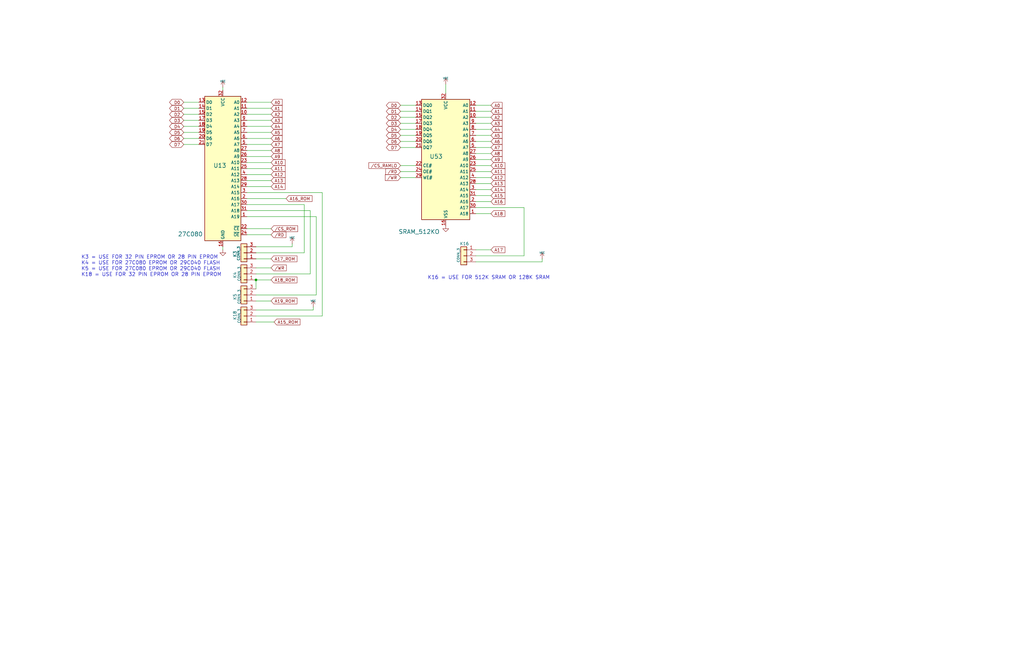
<source format=kicad_sch>
(kicad_sch
	(version 20250114)
	(generator "eeschema")
	(generator_version "9.0")
	(uuid "38019454-ecf9-4325-a1b0-32b4ab895c73")
	(paper "USLedger")
	(title_block
		(title "N8PC")
		(date "2025-11-26")
		(rev "000.9")
		(comment 1 "https://github.com/danwerner21/N8PC")
		(comment 2 "Based on work by Andrew Lynch and John Coffman")
	)
	(lib_symbols
		(symbol "Connector_Generic:Conn_01x03"
			(pin_names
				(offset 1.016)
				(hide yes)
			)
			(exclude_from_sim no)
			(in_bom yes)
			(on_board yes)
			(property "Reference" "J"
				(at 0 5.08 0)
				(effects
					(font
						(size 1.27 1.27)
					)
				)
			)
			(property "Value" "Conn_01x03"
				(at 0 -5.08 0)
				(effects
					(font
						(size 1.27 1.27)
					)
				)
			)
			(property "Footprint" ""
				(at 0 0 0)
				(effects
					(font
						(size 1.27 1.27)
					)
					(hide yes)
				)
			)
			(property "Datasheet" "~"
				(at 0 0 0)
				(effects
					(font
						(size 1.27 1.27)
					)
					(hide yes)
				)
			)
			(property "Description" "Generic connector, single row, 01x03, script generated (kicad-library-utils/schlib/autogen/connector/)"
				(at 0 0 0)
				(effects
					(font
						(size 1.27 1.27)
					)
					(hide yes)
				)
			)
			(property "ki_keywords" "connector"
				(at 0 0 0)
				(effects
					(font
						(size 1.27 1.27)
					)
					(hide yes)
				)
			)
			(property "ki_fp_filters" "Connector*:*_1x??_*"
				(at 0 0 0)
				(effects
					(font
						(size 1.27 1.27)
					)
					(hide yes)
				)
			)
			(symbol "Conn_01x03_1_1"
				(rectangle
					(start -1.27 3.81)
					(end 1.27 -3.81)
					(stroke
						(width 0.254)
						(type default)
					)
					(fill
						(type background)
					)
				)
				(rectangle
					(start -1.27 2.667)
					(end 0 2.413)
					(stroke
						(width 0.1524)
						(type default)
					)
					(fill
						(type none)
					)
				)
				(rectangle
					(start -1.27 0.127)
					(end 0 -0.127)
					(stroke
						(width 0.1524)
						(type default)
					)
					(fill
						(type none)
					)
				)
				(rectangle
					(start -1.27 -2.413)
					(end 0 -2.667)
					(stroke
						(width 0.1524)
						(type default)
					)
					(fill
						(type none)
					)
				)
				(pin passive line
					(at -5.08 2.54 0)
					(length 3.81)
					(name "Pin_1"
						(effects
							(font
								(size 1.27 1.27)
							)
						)
					)
					(number "1"
						(effects
							(font
								(size 1.27 1.27)
							)
						)
					)
				)
				(pin passive line
					(at -5.08 0 0)
					(length 3.81)
					(name "Pin_2"
						(effects
							(font
								(size 1.27 1.27)
							)
						)
					)
					(number "2"
						(effects
							(font
								(size 1.27 1.27)
							)
						)
					)
				)
				(pin passive line
					(at -5.08 -2.54 0)
					(length 3.81)
					(name "Pin_3"
						(effects
							(font
								(size 1.27 1.27)
							)
						)
					)
					(number "3"
						(effects
							(font
								(size 1.27 1.27)
							)
						)
					)
				)
			)
			(embedded_fonts no)
		)
		(symbol "Memory_EPROM:27C080"
			(exclude_from_sim no)
			(in_bom yes)
			(on_board yes)
			(property "Reference" "U"
				(at -7.62 31.75 0)
				(effects
					(font
						(size 1.27 1.27)
					)
				)
			)
			(property "Value" "27C080"
				(at 2.54 -31.75 0)
				(effects
					(font
						(size 1.27 1.27)
					)
					(justify left)
				)
			)
			(property "Footprint" ""
				(at 0 0 0)
				(effects
					(font
						(size 1.27 1.27)
					)
					(hide yes)
				)
			)
			(property "Datasheet" "http://ww1.microchip.com/downloads/en/devicedoc/doc0360.pdf"
				(at 0 0 0)
				(effects
					(font
						(size 1.27 1.27)
					)
					(hide yes)
				)
			)
			(property "Description" "OTP EPROM 8 MiBit (1 Mi x 8)"
				(at 0 0 0)
				(effects
					(font
						(size 1.27 1.27)
					)
					(hide yes)
				)
			)
			(property "ki_keywords" "OTP EPROM 8MiBit"
				(at 0 0 0)
				(effects
					(font
						(size 1.27 1.27)
					)
					(hide yes)
				)
			)
			(property "ki_fp_filters" "DIP*W15.24mm* PLCC*"
				(at 0 0 0)
				(effects
					(font
						(size 1.27 1.27)
					)
					(hide yes)
				)
			)
			(symbol "27C080_1_1"
				(rectangle
					(start -7.62 30.48)
					(end 7.62 -30.48)
					(stroke
						(width 0.254)
						(type default)
					)
					(fill
						(type background)
					)
				)
				(pin input line
					(at -10.16 27.94 0)
					(length 2.54)
					(name "A0"
						(effects
							(font
								(size 1.27 1.27)
							)
						)
					)
					(number "12"
						(effects
							(font
								(size 1.27 1.27)
							)
						)
					)
				)
				(pin input line
					(at -10.16 25.4 0)
					(length 2.54)
					(name "A1"
						(effects
							(font
								(size 1.27 1.27)
							)
						)
					)
					(number "11"
						(effects
							(font
								(size 1.27 1.27)
							)
						)
					)
				)
				(pin input line
					(at -10.16 22.86 0)
					(length 2.54)
					(name "A2"
						(effects
							(font
								(size 1.27 1.27)
							)
						)
					)
					(number "10"
						(effects
							(font
								(size 1.27 1.27)
							)
						)
					)
				)
				(pin input line
					(at -10.16 20.32 0)
					(length 2.54)
					(name "A3"
						(effects
							(font
								(size 1.27 1.27)
							)
						)
					)
					(number "9"
						(effects
							(font
								(size 1.27 1.27)
							)
						)
					)
				)
				(pin input line
					(at -10.16 17.78 0)
					(length 2.54)
					(name "A4"
						(effects
							(font
								(size 1.27 1.27)
							)
						)
					)
					(number "8"
						(effects
							(font
								(size 1.27 1.27)
							)
						)
					)
				)
				(pin input line
					(at -10.16 15.24 0)
					(length 2.54)
					(name "A5"
						(effects
							(font
								(size 1.27 1.27)
							)
						)
					)
					(number "7"
						(effects
							(font
								(size 1.27 1.27)
							)
						)
					)
				)
				(pin input line
					(at -10.16 12.7 0)
					(length 2.54)
					(name "A6"
						(effects
							(font
								(size 1.27 1.27)
							)
						)
					)
					(number "6"
						(effects
							(font
								(size 1.27 1.27)
							)
						)
					)
				)
				(pin input line
					(at -10.16 10.16 0)
					(length 2.54)
					(name "A7"
						(effects
							(font
								(size 1.27 1.27)
							)
						)
					)
					(number "5"
						(effects
							(font
								(size 1.27 1.27)
							)
						)
					)
				)
				(pin input line
					(at -10.16 7.62 0)
					(length 2.54)
					(name "A8"
						(effects
							(font
								(size 1.27 1.27)
							)
						)
					)
					(number "27"
						(effects
							(font
								(size 1.27 1.27)
							)
						)
					)
				)
				(pin input line
					(at -10.16 5.08 0)
					(length 2.54)
					(name "A9"
						(effects
							(font
								(size 1.27 1.27)
							)
						)
					)
					(number "26"
						(effects
							(font
								(size 1.27 1.27)
							)
						)
					)
				)
				(pin input line
					(at -10.16 2.54 0)
					(length 2.54)
					(name "A10"
						(effects
							(font
								(size 1.27 1.27)
							)
						)
					)
					(number "23"
						(effects
							(font
								(size 1.27 1.27)
							)
						)
					)
				)
				(pin input line
					(at -10.16 0 0)
					(length 2.54)
					(name "A11"
						(effects
							(font
								(size 1.27 1.27)
							)
						)
					)
					(number "25"
						(effects
							(font
								(size 1.27 1.27)
							)
						)
					)
				)
				(pin input line
					(at -10.16 -2.54 0)
					(length 2.54)
					(name "A12"
						(effects
							(font
								(size 1.27 1.27)
							)
						)
					)
					(number "4"
						(effects
							(font
								(size 1.27 1.27)
							)
						)
					)
				)
				(pin input line
					(at -10.16 -5.08 0)
					(length 2.54)
					(name "A13"
						(effects
							(font
								(size 1.27 1.27)
							)
						)
					)
					(number "28"
						(effects
							(font
								(size 1.27 1.27)
							)
						)
					)
				)
				(pin input line
					(at -10.16 -7.62 0)
					(length 2.54)
					(name "A14"
						(effects
							(font
								(size 1.27 1.27)
							)
						)
					)
					(number "29"
						(effects
							(font
								(size 1.27 1.27)
							)
						)
					)
				)
				(pin input line
					(at -10.16 -10.16 0)
					(length 2.54)
					(name "A15"
						(effects
							(font
								(size 1.27 1.27)
							)
						)
					)
					(number "3"
						(effects
							(font
								(size 1.27 1.27)
							)
						)
					)
				)
				(pin input line
					(at -10.16 -12.7 0)
					(length 2.54)
					(name "A16"
						(effects
							(font
								(size 1.27 1.27)
							)
						)
					)
					(number "2"
						(effects
							(font
								(size 1.27 1.27)
							)
						)
					)
				)
				(pin input line
					(at -10.16 -15.24 0)
					(length 2.54)
					(name "A17"
						(effects
							(font
								(size 1.27 1.27)
							)
						)
					)
					(number "30"
						(effects
							(font
								(size 1.27 1.27)
							)
						)
					)
				)
				(pin input line
					(at -10.16 -17.78 0)
					(length 2.54)
					(name "A18"
						(effects
							(font
								(size 1.27 1.27)
							)
						)
					)
					(number "31"
						(effects
							(font
								(size 1.27 1.27)
							)
						)
					)
				)
				(pin input line
					(at -10.16 -20.32 0)
					(length 2.54)
					(name "A19"
						(effects
							(font
								(size 1.27 1.27)
							)
						)
					)
					(number "1"
						(effects
							(font
								(size 1.27 1.27)
							)
						)
					)
				)
				(pin input line
					(at -10.16 -25.4 0)
					(length 2.54)
					(name "~{CE}"
						(effects
							(font
								(size 1.27 1.27)
							)
						)
					)
					(number "22"
						(effects
							(font
								(size 1.27 1.27)
							)
						)
					)
				)
				(pin input line
					(at -10.16 -27.94 0)
					(length 2.54)
					(name "~{OE}"
						(effects
							(font
								(size 1.27 1.27)
							)
						)
					)
					(number "24"
						(effects
							(font
								(size 1.27 1.27)
							)
						)
					)
				)
				(pin power_in line
					(at 0 33.02 270)
					(length 2.54)
					(name "VCC"
						(effects
							(font
								(size 1.27 1.27)
							)
						)
					)
					(number "32"
						(effects
							(font
								(size 1.27 1.27)
							)
						)
					)
				)
				(pin power_in line
					(at 0 -33.02 90)
					(length 2.54)
					(name "GND"
						(effects
							(font
								(size 1.27 1.27)
							)
						)
					)
					(number "16"
						(effects
							(font
								(size 1.27 1.27)
							)
						)
					)
				)
				(pin tri_state line
					(at 10.16 27.94 180)
					(length 2.54)
					(name "D0"
						(effects
							(font
								(size 1.27 1.27)
							)
						)
					)
					(number "13"
						(effects
							(font
								(size 1.27 1.27)
							)
						)
					)
				)
				(pin tri_state line
					(at 10.16 25.4 180)
					(length 2.54)
					(name "D1"
						(effects
							(font
								(size 1.27 1.27)
							)
						)
					)
					(number "14"
						(effects
							(font
								(size 1.27 1.27)
							)
						)
					)
				)
				(pin tri_state line
					(at 10.16 22.86 180)
					(length 2.54)
					(name "D2"
						(effects
							(font
								(size 1.27 1.27)
							)
						)
					)
					(number "15"
						(effects
							(font
								(size 1.27 1.27)
							)
						)
					)
				)
				(pin tri_state line
					(at 10.16 20.32 180)
					(length 2.54)
					(name "D3"
						(effects
							(font
								(size 1.27 1.27)
							)
						)
					)
					(number "17"
						(effects
							(font
								(size 1.27 1.27)
							)
						)
					)
				)
				(pin tri_state line
					(at 10.16 17.78 180)
					(length 2.54)
					(name "D4"
						(effects
							(font
								(size 1.27 1.27)
							)
						)
					)
					(number "18"
						(effects
							(font
								(size 1.27 1.27)
							)
						)
					)
				)
				(pin tri_state line
					(at 10.16 15.24 180)
					(length 2.54)
					(name "D5"
						(effects
							(font
								(size 1.27 1.27)
							)
						)
					)
					(number "19"
						(effects
							(font
								(size 1.27 1.27)
							)
						)
					)
				)
				(pin tri_state line
					(at 10.16 12.7 180)
					(length 2.54)
					(name "D6"
						(effects
							(font
								(size 1.27 1.27)
							)
						)
					)
					(number "20"
						(effects
							(font
								(size 1.27 1.27)
							)
						)
					)
				)
				(pin tri_state line
					(at 10.16 10.16 180)
					(length 2.54)
					(name "D7"
						(effects
							(font
								(size 1.27 1.27)
							)
						)
					)
					(number "21"
						(effects
							(font
								(size 1.27 1.27)
							)
						)
					)
				)
			)
			(embedded_fonts no)
		)
		(symbol "Memory_RAM:AS6C4008-55PCN"
			(exclude_from_sim no)
			(in_bom yes)
			(on_board yes)
			(property "Reference" "U"
				(at -10.16 26.035 0)
				(effects
					(font
						(size 1.27 1.27)
					)
					(justify left bottom)
				)
			)
			(property "Value" "AS6C4008-55PCN"
				(at 2.54 26.035 0)
				(effects
					(font
						(size 1.27 1.27)
					)
					(justify left bottom)
				)
			)
			(property "Footprint" "Package_DIP:DIP-32_W15.24mm"
				(at 0 2.54 0)
				(effects
					(font
						(size 1.27 1.27)
					)
					(hide yes)
				)
			)
			(property "Datasheet" "https://www.alliancememory.com/wp-content/uploads/pdf/AS6C4008.pdf"
				(at 0 2.54 0)
				(effects
					(font
						(size 1.27 1.27)
					)
					(hide yes)
				)
			)
			(property "Description" "512K x 8 Low Power CMOS RAM, DIP-32"
				(at 0 0 0)
				(effects
					(font
						(size 1.27 1.27)
					)
					(hide yes)
				)
			)
			(property "ki_keywords" "RAM SRAM CMOS MEMORY"
				(at 0 0 0)
				(effects
					(font
						(size 1.27 1.27)
					)
					(hide yes)
				)
			)
			(property "ki_fp_filters" "DIP*W15.24mm*"
				(at 0 0 0)
				(effects
					(font
						(size 1.27 1.27)
					)
					(hide yes)
				)
			)
			(symbol "AS6C4008-55PCN_0_0"
				(pin power_in line
					(at 0 27.94 270)
					(length 2.54)
					(name "VCC"
						(effects
							(font
								(size 1.27 1.27)
							)
						)
					)
					(number "32"
						(effects
							(font
								(size 1.27 1.27)
							)
						)
					)
				)
				(pin power_in line
					(at 0 -27.94 90)
					(length 2.54)
					(name "VSS"
						(effects
							(font
								(size 1.27 1.27)
							)
						)
					)
					(number "16"
						(effects
							(font
								(size 1.27 1.27)
							)
						)
					)
				)
			)
			(symbol "AS6C4008-55PCN_0_1"
				(rectangle
					(start -10.16 25.4)
					(end 10.16 -25.4)
					(stroke
						(width 0.254)
						(type default)
					)
					(fill
						(type background)
					)
				)
			)
			(symbol "AS6C4008-55PCN_1_1"
				(pin input line
					(at -12.7 22.86 0)
					(length 2.54)
					(name "A0"
						(effects
							(font
								(size 1.27 1.27)
							)
						)
					)
					(number "12"
						(effects
							(font
								(size 1.27 1.27)
							)
						)
					)
				)
				(pin input line
					(at -12.7 20.32 0)
					(length 2.54)
					(name "A1"
						(effects
							(font
								(size 1.27 1.27)
							)
						)
					)
					(number "11"
						(effects
							(font
								(size 1.27 1.27)
							)
						)
					)
				)
				(pin input line
					(at -12.7 17.78 0)
					(length 2.54)
					(name "A2"
						(effects
							(font
								(size 1.27 1.27)
							)
						)
					)
					(number "10"
						(effects
							(font
								(size 1.27 1.27)
							)
						)
					)
				)
				(pin input line
					(at -12.7 15.24 0)
					(length 2.54)
					(name "A3"
						(effects
							(font
								(size 1.27 1.27)
							)
						)
					)
					(number "9"
						(effects
							(font
								(size 1.27 1.27)
							)
						)
					)
				)
				(pin input line
					(at -12.7 12.7 0)
					(length 2.54)
					(name "A4"
						(effects
							(font
								(size 1.27 1.27)
							)
						)
					)
					(number "8"
						(effects
							(font
								(size 1.27 1.27)
							)
						)
					)
				)
				(pin input line
					(at -12.7 10.16 0)
					(length 2.54)
					(name "A5"
						(effects
							(font
								(size 1.27 1.27)
							)
						)
					)
					(number "7"
						(effects
							(font
								(size 1.27 1.27)
							)
						)
					)
				)
				(pin input line
					(at -12.7 7.62 0)
					(length 2.54)
					(name "A6"
						(effects
							(font
								(size 1.27 1.27)
							)
						)
					)
					(number "6"
						(effects
							(font
								(size 1.27 1.27)
							)
						)
					)
				)
				(pin input line
					(at -12.7 5.08 0)
					(length 2.54)
					(name "A7"
						(effects
							(font
								(size 1.27 1.27)
							)
						)
					)
					(number "5"
						(effects
							(font
								(size 1.27 1.27)
							)
						)
					)
				)
				(pin input line
					(at -12.7 2.54 0)
					(length 2.54)
					(name "A8"
						(effects
							(font
								(size 1.27 1.27)
							)
						)
					)
					(number "27"
						(effects
							(font
								(size 1.27 1.27)
							)
						)
					)
				)
				(pin input line
					(at -12.7 0 0)
					(length 2.54)
					(name "A9"
						(effects
							(font
								(size 1.27 1.27)
							)
						)
					)
					(number "26"
						(effects
							(font
								(size 1.27 1.27)
							)
						)
					)
				)
				(pin input line
					(at -12.7 -2.54 0)
					(length 2.54)
					(name "A10"
						(effects
							(font
								(size 1.27 1.27)
							)
						)
					)
					(number "23"
						(effects
							(font
								(size 1.27 1.27)
							)
						)
					)
				)
				(pin input line
					(at -12.7 -5.08 0)
					(length 2.54)
					(name "A11"
						(effects
							(font
								(size 1.27 1.27)
							)
						)
					)
					(number "25"
						(effects
							(font
								(size 1.27 1.27)
							)
						)
					)
				)
				(pin input line
					(at -12.7 -7.62 0)
					(length 2.54)
					(name "A12"
						(effects
							(font
								(size 1.27 1.27)
							)
						)
					)
					(number "4"
						(effects
							(font
								(size 1.27 1.27)
							)
						)
					)
				)
				(pin input line
					(at -12.7 -10.16 0)
					(length 2.54)
					(name "A13"
						(effects
							(font
								(size 1.27 1.27)
							)
						)
					)
					(number "28"
						(effects
							(font
								(size 1.27 1.27)
							)
						)
					)
				)
				(pin input line
					(at -12.7 -12.7 0)
					(length 2.54)
					(name "A14"
						(effects
							(font
								(size 1.27 1.27)
							)
						)
					)
					(number "3"
						(effects
							(font
								(size 1.27 1.27)
							)
						)
					)
				)
				(pin input line
					(at -12.7 -15.24 0)
					(length 2.54)
					(name "A15"
						(effects
							(font
								(size 1.27 1.27)
							)
						)
					)
					(number "31"
						(effects
							(font
								(size 1.27 1.27)
							)
						)
					)
				)
				(pin input line
					(at -12.7 -17.78 0)
					(length 2.54)
					(name "A16"
						(effects
							(font
								(size 1.27 1.27)
							)
						)
					)
					(number "2"
						(effects
							(font
								(size 1.27 1.27)
							)
						)
					)
				)
				(pin input line
					(at -12.7 -20.32 0)
					(length 2.54)
					(name "A17"
						(effects
							(font
								(size 1.27 1.27)
							)
						)
					)
					(number "30"
						(effects
							(font
								(size 1.27 1.27)
							)
						)
					)
				)
				(pin input line
					(at -12.7 -22.86 0)
					(length 2.54)
					(name "A18"
						(effects
							(font
								(size 1.27 1.27)
							)
						)
					)
					(number "1"
						(effects
							(font
								(size 1.27 1.27)
							)
						)
					)
				)
				(pin tri_state line
					(at 12.7 22.86 180)
					(length 2.54)
					(name "DQ0"
						(effects
							(font
								(size 1.27 1.27)
							)
						)
					)
					(number "13"
						(effects
							(font
								(size 1.27 1.27)
							)
						)
					)
				)
				(pin tri_state line
					(at 12.7 20.32 180)
					(length 2.54)
					(name "DQ1"
						(effects
							(font
								(size 1.27 1.27)
							)
						)
					)
					(number "14"
						(effects
							(font
								(size 1.27 1.27)
							)
						)
					)
				)
				(pin tri_state line
					(at 12.7 17.78 180)
					(length 2.54)
					(name "DQ2"
						(effects
							(font
								(size 1.27 1.27)
							)
						)
					)
					(number "15"
						(effects
							(font
								(size 1.27 1.27)
							)
						)
					)
				)
				(pin tri_state line
					(at 12.7 15.24 180)
					(length 2.54)
					(name "DQ3"
						(effects
							(font
								(size 1.27 1.27)
							)
						)
					)
					(number "17"
						(effects
							(font
								(size 1.27 1.27)
							)
						)
					)
				)
				(pin tri_state line
					(at 12.7 12.7 180)
					(length 2.54)
					(name "DQ4"
						(effects
							(font
								(size 1.27 1.27)
							)
						)
					)
					(number "18"
						(effects
							(font
								(size 1.27 1.27)
							)
						)
					)
				)
				(pin tri_state line
					(at 12.7 10.16 180)
					(length 2.54)
					(name "DQ5"
						(effects
							(font
								(size 1.27 1.27)
							)
						)
					)
					(number "19"
						(effects
							(font
								(size 1.27 1.27)
							)
						)
					)
				)
				(pin tri_state line
					(at 12.7 7.62 180)
					(length 2.54)
					(name "DQ6"
						(effects
							(font
								(size 1.27 1.27)
							)
						)
					)
					(number "20"
						(effects
							(font
								(size 1.27 1.27)
							)
						)
					)
				)
				(pin tri_state line
					(at 12.7 5.08 180)
					(length 2.54)
					(name "DQ7"
						(effects
							(font
								(size 1.27 1.27)
							)
						)
					)
					(number "21"
						(effects
							(font
								(size 1.27 1.27)
							)
						)
					)
				)
				(pin input line
					(at 12.7 -2.54 180)
					(length 2.54)
					(name "CE#"
						(effects
							(font
								(size 1.27 1.27)
							)
						)
					)
					(number "22"
						(effects
							(font
								(size 1.27 1.27)
							)
						)
					)
				)
				(pin input line
					(at 12.7 -5.08 180)
					(length 2.54)
					(name "OE#"
						(effects
							(font
								(size 1.27 1.27)
							)
						)
					)
					(number "24"
						(effects
							(font
								(size 1.27 1.27)
							)
						)
					)
				)
				(pin input line
					(at 12.7 -7.62 180)
					(length 2.54)
					(name "WE#"
						(effects
							(font
								(size 1.27 1.27)
							)
						)
					)
					(number "29"
						(effects
							(font
								(size 1.27 1.27)
							)
						)
					)
				)
			)
			(embedded_fonts no)
		)
		(symbol "power:GND"
			(power)
			(pin_numbers
				(hide yes)
			)
			(pin_names
				(offset 0)
				(hide yes)
			)
			(exclude_from_sim no)
			(in_bom yes)
			(on_board yes)
			(property "Reference" "#PWR"
				(at 0 -6.35 0)
				(effects
					(font
						(size 1.27 1.27)
					)
					(hide yes)
				)
			)
			(property "Value" "GND"
				(at 0 -3.81 0)
				(effects
					(font
						(size 1.27 1.27)
					)
				)
			)
			(property "Footprint" ""
				(at 0 0 0)
				(effects
					(font
						(size 1.27 1.27)
					)
					(hide yes)
				)
			)
			(property "Datasheet" ""
				(at 0 0 0)
				(effects
					(font
						(size 1.27 1.27)
					)
					(hide yes)
				)
			)
			(property "Description" "Power symbol creates a global label with name \"GND\" , ground"
				(at 0 0 0)
				(effects
					(font
						(size 1.27 1.27)
					)
					(hide yes)
				)
			)
			(property "ki_keywords" "global power"
				(at 0 0 0)
				(effects
					(font
						(size 1.27 1.27)
					)
					(hide yes)
				)
			)
			(symbol "GND_0_1"
				(polyline
					(pts
						(xy 0 0) (xy 0 -1.27) (xy 1.27 -1.27) (xy 0 -2.54) (xy -1.27 -1.27) (xy 0 -1.27)
					)
					(stroke
						(width 0)
						(type default)
					)
					(fill
						(type none)
					)
				)
			)
			(symbol "GND_1_1"
				(pin power_in line
					(at 0 0 270)
					(length 0)
					(name "~"
						(effects
							(font
								(size 1.27 1.27)
							)
						)
					)
					(number "1"
						(effects
							(font
								(size 1.27 1.27)
							)
						)
					)
				)
			)
			(embedded_fonts no)
		)
		(symbol "power:VCC"
			(power)
			(pin_numbers
				(hide yes)
			)
			(pin_names
				(offset 0)
				(hide yes)
			)
			(exclude_from_sim no)
			(in_bom yes)
			(on_board yes)
			(property "Reference" "#PWR"
				(at 0 -3.81 0)
				(effects
					(font
						(size 1.27 1.27)
					)
					(hide yes)
				)
			)
			(property "Value" "VCC"
				(at 0 3.556 0)
				(effects
					(font
						(size 1.27 1.27)
					)
				)
			)
			(property "Footprint" ""
				(at 0 0 0)
				(effects
					(font
						(size 1.27 1.27)
					)
					(hide yes)
				)
			)
			(property "Datasheet" ""
				(at 0 0 0)
				(effects
					(font
						(size 1.27 1.27)
					)
					(hide yes)
				)
			)
			(property "Description" "Power symbol creates a global label with name \"VCC\""
				(at 0 0 0)
				(effects
					(font
						(size 1.27 1.27)
					)
					(hide yes)
				)
			)
			(property "ki_keywords" "global power"
				(at 0 0 0)
				(effects
					(font
						(size 1.27 1.27)
					)
					(hide yes)
				)
			)
			(symbol "VCC_0_1"
				(polyline
					(pts
						(xy -0.762 1.27) (xy 0 2.54)
					)
					(stroke
						(width 0)
						(type default)
					)
					(fill
						(type none)
					)
				)
				(polyline
					(pts
						(xy 0 2.54) (xy 0.762 1.27)
					)
					(stroke
						(width 0)
						(type default)
					)
					(fill
						(type none)
					)
				)
				(polyline
					(pts
						(xy 0 0) (xy 0 2.54)
					)
					(stroke
						(width 0)
						(type default)
					)
					(fill
						(type none)
					)
				)
			)
			(symbol "VCC_1_1"
				(pin power_in line
					(at 0 0 90)
					(length 0)
					(name "~"
						(effects
							(font
								(size 1.27 1.27)
							)
						)
					)
					(number "1"
						(effects
							(font
								(size 1.27 1.27)
							)
						)
					)
				)
			)
			(embedded_fonts no)
		)
	)
	(text "K3 = USE FOR 32 PIN EPROM OR 28 PIN EPROM\nK4 = USE FOR 27C080 EPROM OR 29C040 FLASH\nK5 = USE FOR 27C080 EPROM OR 29C040 FLASH\nK18 = USE FOR 32 PIN EPROM OR 28 PIN EPROM"
		(exclude_from_sim no)
		(at 34.29 116.84 0)
		(effects
			(font
				(size 1.524 1.524)
			)
			(justify left bottom)
		)
		(uuid "c2cb7156-6574-4a59-96e1-9126c9f0243a")
	)
	(text "K16 = USE FOR 512K SRAM OR 128K SRAM"
		(exclude_from_sim no)
		(at 180.34 118.11 0)
		(effects
			(font
				(size 1.524 1.524)
			)
			(justify left bottom)
		)
		(uuid "f8d0640b-584b-488e-887c-6a6c817f4d5d")
	)
	(junction
		(at 107.95 118.11)
		(diameter 0)
		(color 0 0 0 0)
		(uuid "5c6ba30c-ef68-4f3c-a386-ec2018d6e0de")
	)
	(wire
		(pts
			(xy 207.01 74.93) (xy 200.66 74.93)
		)
		(stroke
			(width 0)
			(type default)
		)
		(uuid "09cf2738-11ac-41a6-8297-6606ea4cd41d")
	)
	(wire
		(pts
			(xy 93.98 36.83) (xy 93.98 38.1)
		)
		(stroke
			(width 0)
			(type default)
		)
		(uuid "09fd2487-1eb8-4502-897d-c80ff0f3b1eb")
	)
	(wire
		(pts
			(xy 200.66 90.17) (xy 207.01 90.17)
		)
		(stroke
			(width 0)
			(type default)
		)
		(uuid "0eb4d64a-7d35-4d27-a83e-1a0c35594abc")
	)
	(wire
		(pts
			(xy 83.82 43.18) (xy 77.47 43.18)
		)
		(stroke
			(width 0)
			(type default)
		)
		(uuid "101cab77-61c0-4323-a184-12221f460161")
	)
	(wire
		(pts
			(xy 104.14 71.12) (xy 114.3 71.12)
		)
		(stroke
			(width 0)
			(type default)
		)
		(uuid "104425ea-7962-440d-a2d8-78659d046fd2")
	)
	(wire
		(pts
			(xy 135.89 133.35) (xy 107.95 133.35)
		)
		(stroke
			(width 0)
			(type default)
		)
		(uuid "10cc802b-a225-4ce9-9867-ea6c34837f26")
	)
	(wire
		(pts
			(xy 104.14 45.72) (xy 114.3 45.72)
		)
		(stroke
			(width 0)
			(type default)
		)
		(uuid "1300f3e7-aef3-4652-aebf-86cef53720e3")
	)
	(wire
		(pts
			(xy 104.14 66.04) (xy 114.3 66.04)
		)
		(stroke
			(width 0)
			(type default)
		)
		(uuid "14ff6217-3931-4d75-9540-5a716ed38327")
	)
	(wire
		(pts
			(xy 104.14 43.18) (xy 114.3 43.18)
		)
		(stroke
			(width 0)
			(type default)
		)
		(uuid "15675b60-8883-428d-9292-d1377a5f489c")
	)
	(wire
		(pts
			(xy 83.82 48.26) (xy 77.47 48.26)
		)
		(stroke
			(width 0)
			(type default)
		)
		(uuid "17373fef-3a39-4fa2-a7c1-5e73bed8644e")
	)
	(wire
		(pts
			(xy 104.14 91.44) (xy 133.35 91.44)
		)
		(stroke
			(width 0)
			(type default)
		)
		(uuid "1c1ab262-955f-4d7f-8141-7359c966038b")
	)
	(wire
		(pts
			(xy 207.01 46.99) (xy 200.66 46.99)
		)
		(stroke
			(width 0)
			(type default)
		)
		(uuid "1ccfec43-85d8-47c5-b6b3-f96923dbca8e")
	)
	(wire
		(pts
			(xy 107.95 118.11) (xy 114.3 118.11)
		)
		(stroke
			(width 0)
			(type default)
		)
		(uuid "1d2cd0e9-2a1e-4b5d-a007-5fd3a708840c")
	)
	(wire
		(pts
			(xy 220.98 87.63) (xy 200.66 87.63)
		)
		(stroke
			(width 0)
			(type default)
		)
		(uuid "1f5006b3-f3ef-4a4c-8d10-3c3db7ba13f3")
	)
	(wire
		(pts
			(xy 107.95 121.92) (xy 107.95 118.11)
		)
		(stroke
			(width 0)
			(type default)
		)
		(uuid "1fdfeb31-a003-4d6d-b893-de2cdd1a2b3d")
	)
	(wire
		(pts
			(xy 207.01 80.01) (xy 200.66 80.01)
		)
		(stroke
			(width 0)
			(type default)
		)
		(uuid "229c4a92-ad6a-4aa4-b3a5-f8554cfddd04")
	)
	(wire
		(pts
			(xy 200.66 85.09) (xy 207.01 85.09)
		)
		(stroke
			(width 0)
			(type default)
		)
		(uuid "26b18bdc-5786-4ddc-b077-d5b712230a23")
	)
	(wire
		(pts
			(xy 104.14 88.9) (xy 130.81 88.9)
		)
		(stroke
			(width 0)
			(type default)
		)
		(uuid "31a78de6-e415-4e6e-9453-b6d44be86ab4")
	)
	(wire
		(pts
			(xy 207.01 62.23) (xy 200.66 62.23)
		)
		(stroke
			(width 0)
			(type default)
		)
		(uuid "34116170-c854-4abc-8286-8e9aaac28ae3")
	)
	(wire
		(pts
			(xy 200.66 105.41) (xy 207.01 105.41)
		)
		(stroke
			(width 0)
			(type default)
		)
		(uuid "35a582be-0328-4ed9-8e55-3209ba858c5a")
	)
	(wire
		(pts
			(xy 132.08 129.54) (xy 132.08 130.81)
		)
		(stroke
			(width 0)
			(type default)
		)
		(uuid "393110da-1059-43cf-b8ae-20262405a1bc")
	)
	(wire
		(pts
			(xy 187.96 39.37) (xy 187.96 35.56)
		)
		(stroke
			(width 0)
			(type default)
		)
		(uuid "4fd405fc-ee8a-452c-b53a-2411dbe4bb06")
	)
	(wire
		(pts
			(xy 207.01 49.53) (xy 200.66 49.53)
		)
		(stroke
			(width 0)
			(type default)
		)
		(uuid "514cc719-8540-4f00-bb85-f9cec0ad0676")
	)
	(wire
		(pts
			(xy 133.35 91.44) (xy 133.35 124.46)
		)
		(stroke
			(width 0)
			(type default)
		)
		(uuid "5446d2ea-7e31-4ea3-ae44-d955142ef510")
	)
	(wire
		(pts
			(xy 207.01 67.31) (xy 200.66 67.31)
		)
		(stroke
			(width 0)
			(type default)
		)
		(uuid "5552da90-110f-4f5b-acee-fd9713af4681")
	)
	(wire
		(pts
			(xy 104.14 96.52) (xy 114.3 96.52)
		)
		(stroke
			(width 0)
			(type default)
		)
		(uuid "5604f48a-10fc-4a5e-a369-2c622f253659")
	)
	(wire
		(pts
			(xy 104.14 86.36) (xy 128.27 86.36)
		)
		(stroke
			(width 0)
			(type default)
		)
		(uuid "56826c60-34b1-4b3b-9d61-cbc6ae32b66d")
	)
	(wire
		(pts
			(xy 207.01 69.85) (xy 200.66 69.85)
		)
		(stroke
			(width 0)
			(type default)
		)
		(uuid "56c04ba7-9825-47df-9d76-dd8727469bd4")
	)
	(wire
		(pts
			(xy 207.01 52.07) (xy 200.66 52.07)
		)
		(stroke
			(width 0)
			(type default)
		)
		(uuid "57334d36-3c47-4427-8bf5-5cc7647ee754")
	)
	(wire
		(pts
			(xy 104.14 50.8) (xy 114.3 50.8)
		)
		(stroke
			(width 0)
			(type default)
		)
		(uuid "5b4f0de8-2260-4bae-bba2-cb464c1603a2")
	)
	(wire
		(pts
			(xy 104.14 60.96) (xy 114.3 60.96)
		)
		(stroke
			(width 0)
			(type default)
		)
		(uuid "5e17aadf-5260-480b-b040-1dc1cc8c1dd5")
	)
	(wire
		(pts
			(xy 104.14 53.34) (xy 114.3 53.34)
		)
		(stroke
			(width 0)
			(type default)
		)
		(uuid "5e9c223a-2795-423b-aa5d-1427158fd9b6")
	)
	(wire
		(pts
			(xy 175.26 59.69) (xy 168.91 59.69)
		)
		(stroke
			(width 0)
			(type default)
		)
		(uuid "60da11ef-96ee-4cf6-b0e2-070ad91d6e94")
	)
	(wire
		(pts
			(xy 83.82 55.88) (xy 77.47 55.88)
		)
		(stroke
			(width 0)
			(type default)
		)
		(uuid "680050dd-694d-48be-a400-39c9f1473954")
	)
	(wire
		(pts
			(xy 107.95 127) (xy 114.3 127)
		)
		(stroke
			(width 0)
			(type default)
		)
		(uuid "6bfd8634-1793-4104-864b-7c54bf37cc71")
	)
	(wire
		(pts
			(xy 83.82 45.72) (xy 77.47 45.72)
		)
		(stroke
			(width 0)
			(type default)
		)
		(uuid "6c6c606f-7012-4b4d-b4a2-1da74db794a2")
	)
	(wire
		(pts
			(xy 207.01 57.15) (xy 200.66 57.15)
		)
		(stroke
			(width 0)
			(type default)
		)
		(uuid "7294b4ea-9fac-4b51-a9fd-4058fdc5e894")
	)
	(wire
		(pts
			(xy 175.26 62.23) (xy 168.91 62.23)
		)
		(stroke
			(width 0)
			(type default)
		)
		(uuid "78e7cc4c-9d0c-4a75-9c58-ff0e17f8ea76")
	)
	(wire
		(pts
			(xy 200.66 107.95) (xy 220.98 107.95)
		)
		(stroke
			(width 0)
			(type default)
		)
		(uuid "7b2160a2-adf3-456a-bbcf-e051c280eadf")
	)
	(wire
		(pts
			(xy 133.35 124.46) (xy 107.95 124.46)
		)
		(stroke
			(width 0)
			(type default)
		)
		(uuid "7d78cdf4-c9c5-40d7-bb7f-c0e4a1099ba2")
	)
	(wire
		(pts
			(xy 175.26 52.07) (xy 168.91 52.07)
		)
		(stroke
			(width 0)
			(type default)
		)
		(uuid "808320f6-7070-42d0-834e-4d10fef56677")
	)
	(wire
		(pts
			(xy 175.26 74.93) (xy 168.91 74.93)
		)
		(stroke
			(width 0)
			(type default)
		)
		(uuid "82483d77-6867-4980-9089-e40cb4718c9a")
	)
	(wire
		(pts
			(xy 130.81 115.57) (xy 130.81 88.9)
		)
		(stroke
			(width 0)
			(type default)
		)
		(uuid "89e66142-c654-4ef8-a8e8-059f0edf6e12")
	)
	(wire
		(pts
			(xy 104.14 83.82) (xy 120.65 83.82)
		)
		(stroke
			(width 0)
			(type default)
		)
		(uuid "89e97cf6-8e39-4f94-b311-bd02981a743e")
	)
	(wire
		(pts
			(xy 83.82 50.8) (xy 77.47 50.8)
		)
		(stroke
			(width 0)
			(type default)
		)
		(uuid "8a0d50aa-95c9-4a40-a9c5-a18d206ec6c5")
	)
	(wire
		(pts
			(xy 175.26 54.61) (xy 168.91 54.61)
		)
		(stroke
			(width 0)
			(type default)
		)
		(uuid "8c394bf1-30ca-4347-968e-232c5bd7cf59")
	)
	(wire
		(pts
			(xy 207.01 59.69) (xy 200.66 59.69)
		)
		(stroke
			(width 0)
			(type default)
		)
		(uuid "8ee88f03-cb04-445c-a467-2205a66d3b5a")
	)
	(wire
		(pts
			(xy 107.95 130.81) (xy 132.08 130.81)
		)
		(stroke
			(width 0)
			(type default)
		)
		(uuid "90e701bb-4fbf-4a09-9944-ee3da373b530")
	)
	(wire
		(pts
			(xy 104.14 63.5) (xy 114.3 63.5)
		)
		(stroke
			(width 0)
			(type default)
		)
		(uuid "91205b3f-8fef-4bec-ac3a-19471d4dc26a")
	)
	(wire
		(pts
			(xy 104.14 73.66) (xy 114.3 73.66)
		)
		(stroke
			(width 0)
			(type default)
		)
		(uuid "92186eae-d1e0-40b9-8e4b-1240ee74a4f1")
	)
	(wire
		(pts
			(xy 175.26 44.45) (xy 168.91 44.45)
		)
		(stroke
			(width 0)
			(type default)
		)
		(uuid "9230a74b-999f-427e-a7a6-a5269ca68ed2")
	)
	(wire
		(pts
			(xy 104.14 81.28) (xy 135.89 81.28)
		)
		(stroke
			(width 0)
			(type default)
		)
		(uuid "944a6562-e1f6-43d6-ac05-d7b4f57ffab9")
	)
	(wire
		(pts
			(xy 207.01 77.47) (xy 200.66 77.47)
		)
		(stroke
			(width 0)
			(type default)
		)
		(uuid "962962be-33d2-42bc-ba5f-f2e7c34db4a9")
	)
	(wire
		(pts
			(xy 128.27 106.68) (xy 107.95 106.68)
		)
		(stroke
			(width 0)
			(type default)
		)
		(uuid "96bd78ad-5600-46fa-85e3-88c14d3fbb58")
	)
	(wire
		(pts
			(xy 123.19 102.87) (xy 123.19 104.14)
		)
		(stroke
			(width 0)
			(type default)
		)
		(uuid "97221556-3965-4e63-bb4d-9a3fe3e810c9")
	)
	(wire
		(pts
			(xy 207.01 64.77) (xy 200.66 64.77)
		)
		(stroke
			(width 0)
			(type default)
		)
		(uuid "98bb47fb-36d8-44c3-bb80-5c07b99f2c1e")
	)
	(wire
		(pts
			(xy 175.26 46.99) (xy 168.91 46.99)
		)
		(stroke
			(width 0)
			(type default)
		)
		(uuid "99fd97bc-eb68-4a49-9d9e-532a02194f40")
	)
	(wire
		(pts
			(xy 83.82 58.42) (xy 77.47 58.42)
		)
		(stroke
			(width 0)
			(type default)
		)
		(uuid "a0066a93-16e8-4149-9bba-66bb25620fb8")
	)
	(wire
		(pts
			(xy 200.66 82.55) (xy 207.01 82.55)
		)
		(stroke
			(width 0)
			(type default)
		)
		(uuid "a2c4ca14-13be-403c-bc49-4fe819ab54bc")
	)
	(wire
		(pts
			(xy 104.14 99.06) (xy 114.3 99.06)
		)
		(stroke
			(width 0)
			(type default)
		)
		(uuid "a3486130-901b-425b-8af4-5f5fc19c90b3")
	)
	(wire
		(pts
			(xy 104.14 58.42) (xy 114.3 58.42)
		)
		(stroke
			(width 0)
			(type default)
		)
		(uuid "a97f53d1-39db-4c30-b784-cb269f43d55c")
	)
	(wire
		(pts
			(xy 228.6 109.22) (xy 228.6 110.49)
		)
		(stroke
			(width 0)
			(type default)
		)
		(uuid "aefde9e7-5944-40a1-8ac6-0a02fc005033")
	)
	(wire
		(pts
			(xy 107.95 109.22) (xy 114.3 109.22)
		)
		(stroke
			(width 0)
			(type default)
		)
		(uuid "b015315e-f397-442d-872f-0fb308c7c113")
	)
	(wire
		(pts
			(xy 207.01 54.61) (xy 200.66 54.61)
		)
		(stroke
			(width 0)
			(type default)
		)
		(uuid "b1bcd50c-03a0-4286-b8fd-c998bdab6760")
	)
	(wire
		(pts
			(xy 207.01 72.39) (xy 200.66 72.39)
		)
		(stroke
			(width 0)
			(type default)
		)
		(uuid "b3b29e71-d743-4a3e-88b2-3336b6eafeec")
	)
	(wire
		(pts
			(xy 128.27 86.36) (xy 128.27 106.68)
		)
		(stroke
			(width 0)
			(type default)
		)
		(uuid "b50319da-3e20-4d7b-bc1a-449b74155f09")
	)
	(wire
		(pts
			(xy 104.14 76.2) (xy 114.3 76.2)
		)
		(stroke
			(width 0)
			(type default)
		)
		(uuid "c4f70b79-df05-4dc5-bcc5-b0a618838891")
	)
	(wire
		(pts
			(xy 175.26 72.39) (xy 168.91 72.39)
		)
		(stroke
			(width 0)
			(type default)
		)
		(uuid "c6b494f9-ab63-407a-ba1f-d75c5f0ddb02")
	)
	(wire
		(pts
			(xy 104.14 68.58) (xy 114.3 68.58)
		)
		(stroke
			(width 0)
			(type default)
		)
		(uuid "cb2bf729-abd0-406a-9c6d-62a1a0338642")
	)
	(wire
		(pts
			(xy 175.26 49.53) (xy 168.91 49.53)
		)
		(stroke
			(width 0)
			(type default)
		)
		(uuid "cd4e4098-b0e7-462e-a45e-c26bff46bc6e")
	)
	(wire
		(pts
			(xy 175.26 69.85) (xy 168.91 69.85)
		)
		(stroke
			(width 0)
			(type default)
		)
		(uuid "d32f9653-58aa-4b28-87b5-9c00fef46546")
	)
	(wire
		(pts
			(xy 107.95 115.57) (xy 130.81 115.57)
		)
		(stroke
			(width 0)
			(type default)
		)
		(uuid "dad463a2-43e2-4437-90a2-68790aea7c8d")
	)
	(wire
		(pts
			(xy 93.98 104.14) (xy 93.98 105.41)
		)
		(stroke
			(width 0)
			(type default)
		)
		(uuid "df3d5af7-3e1c-488e-bc9f-46da9d107a74")
	)
	(wire
		(pts
			(xy 220.98 107.95) (xy 220.98 87.63)
		)
		(stroke
			(width 0)
			(type default)
		)
		(uuid "e9277f38-2bd0-4cc0-b911-4486bf20142d")
	)
	(wire
		(pts
			(xy 83.82 53.34) (xy 77.47 53.34)
		)
		(stroke
			(width 0)
			(type default)
		)
		(uuid "eac1db31-b1ae-44e9-bd4c-2436e9ed7170")
	)
	(wire
		(pts
			(xy 104.14 78.74) (xy 114.3 78.74)
		)
		(stroke
			(width 0)
			(type default)
		)
		(uuid "ec155004-8dc0-4c4b-8908-a3f002d266cf")
	)
	(wire
		(pts
			(xy 107.95 113.03) (xy 114.3 113.03)
		)
		(stroke
			(width 0)
			(type default)
		)
		(uuid "edcff789-52ce-49c3-b9af-76cb49648cbe")
	)
	(wire
		(pts
			(xy 107.95 135.89) (xy 115.57 135.89)
		)
		(stroke
			(width 0)
			(type default)
		)
		(uuid "ee33c407-63d0-4f06-93c0-b4b23a56aea1")
	)
	(wire
		(pts
			(xy 104.14 48.26) (xy 114.3 48.26)
		)
		(stroke
			(width 0)
			(type default)
		)
		(uuid "f3388044-3adb-4bb8-9bb3-811870e528e3")
	)
	(wire
		(pts
			(xy 135.89 81.28) (xy 135.89 133.35)
		)
		(stroke
			(width 0)
			(type default)
		)
		(uuid "f6bc9792-e58d-4868-9928-d0aaf0049ada")
	)
	(wire
		(pts
			(xy 175.26 57.15) (xy 168.91 57.15)
		)
		(stroke
			(width 0)
			(type default)
		)
		(uuid "f7128585-c9e3-4369-b242-3c8e11592c4b")
	)
	(wire
		(pts
			(xy 207.01 44.45) (xy 200.66 44.45)
		)
		(stroke
			(width 0)
			(type default)
		)
		(uuid "f7810b42-3176-42f7-bc70-ac61b406da0f")
	)
	(wire
		(pts
			(xy 104.14 55.88) (xy 114.3 55.88)
		)
		(stroke
			(width 0)
			(type default)
		)
		(uuid "f869253b-2d36-4a85-ac3e-6f85f1d45f43")
	)
	(wire
		(pts
			(xy 123.19 104.14) (xy 107.95 104.14)
		)
		(stroke
			(width 0)
			(type default)
		)
		(uuid "f9b8be92-be5a-4705-8962-48ea5de9a6fc")
	)
	(wire
		(pts
			(xy 83.82 60.96) (xy 77.47 60.96)
		)
		(stroke
			(width 0)
			(type default)
		)
		(uuid "fac20326-8114-47f0-bd1e-737f312d8147")
	)
	(wire
		(pts
			(xy 200.66 110.49) (xy 228.6 110.49)
		)
		(stroke
			(width 0)
			(type default)
		)
		(uuid "fc9fe6c9-671b-4629-ba26-29f9ded9665e")
	)
	(global_label "D4"
		(shape bidirectional)
		(at 168.91 54.61 180)
		(fields_autoplaced yes)
		(effects
			(font
				(size 1.27 1.27)
			)
			(justify right)
		)
		(uuid "04968406-55eb-4c19-be24-a79a59a6c9b9")
		(property "Intersheetrefs" "${INTERSHEET_REFS}"
			(at 163.147 54.61 0)
			(effects
				(font
					(size 1.27 1.27)
				)
				(justify right)
				(hide yes)
			)
		)
	)
	(global_label "D2"
		(shape bidirectional)
		(at 77.47 48.26 180)
		(fields_autoplaced yes)
		(effects
			(font
				(size 1.27 1.27)
			)
			(justify right)
		)
		(uuid "0cd33e9f-93a2-4449-b21f-2c8e0095959f")
		(property "Intersheetrefs" "${INTERSHEET_REFS}"
			(at 71.707 48.26 0)
			(effects
				(font
					(size 1.27 1.27)
				)
				(justify right)
				(hide yes)
			)
		)
	)
	(global_label "A15_ROM"
		(shape input)
		(at 115.57 135.89 0)
		(fields_autoplaced yes)
		(effects
			(font
				(size 1.27 1.27)
			)
			(justify left)
		)
		(uuid "1757250c-416d-4c27-a865-e4383e664aa1")
		(property "Intersheetrefs" "${INTERSHEET_REFS}"
			(at 126.4281 135.89 0)
			(effects
				(font
					(size 1.27 1.27)
				)
				(justify left)
				(hide yes)
			)
		)
	)
	(global_label "A14"
		(shape input)
		(at 207.01 80.01 0)
		(fields_autoplaced yes)
		(effects
			(font
				(size 1.27 1.27)
			)
			(justify left)
		)
		(uuid "1e6128a1-d8c7-47ad-b0d0-ba27ffb819da")
		(property "Intersheetrefs" "${INTERSHEET_REFS}"
			(at 212.8486 80.01 0)
			(effects
				(font
					(size 1.27 1.27)
				)
				(justify left)
				(hide yes)
			)
		)
	)
	(global_label "A7"
		(shape input)
		(at 207.01 62.23 0)
		(fields_autoplaced yes)
		(effects
			(font
				(size 1.27 1.27)
			)
			(justify left)
		)
		(uuid "1ffd8bc2-f1e8-4721-a565-8e7593597673")
		(property "Intersheetrefs" "${INTERSHEET_REFS}"
			(at 211.6391 62.23 0)
			(effects
				(font
					(size 1.27 1.27)
				)
				(justify left)
				(hide yes)
			)
		)
	)
	(global_label "A16"
		(shape input)
		(at 207.01 85.09 0)
		(fields_autoplaced yes)
		(effects
			(font
				(size 1.27 1.27)
			)
			(justify left)
		)
		(uuid "21628241-aa72-484f-a875-ac4702eb6f50")
		(property "Intersheetrefs" "${INTERSHEET_REFS}"
			(at 212.8486 85.09 0)
			(effects
				(font
					(size 1.27 1.27)
				)
				(justify left)
				(hide yes)
			)
		)
	)
	(global_label "A10"
		(shape input)
		(at 207.01 69.85 0)
		(fields_autoplaced yes)
		(effects
			(font
				(size 1.27 1.27)
			)
			(justify left)
		)
		(uuid "2312e504-ef41-44ef-a70b-e0c6d9990c01")
		(property "Intersheetrefs" "${INTERSHEET_REFS}"
			(at 212.8486 69.85 0)
			(effects
				(font
					(size 1.27 1.27)
				)
				(justify left)
				(hide yes)
			)
		)
	)
	(global_label "A15"
		(shape input)
		(at 207.01 82.55 0)
		(fields_autoplaced yes)
		(effects
			(font
				(size 1.27 1.27)
			)
			(justify left)
		)
		(uuid "2354a016-e86a-441a-a576-05518dbc30a8")
		(property "Intersheetrefs" "${INTERSHEET_REFS}"
			(at 212.8486 82.55 0)
			(effects
				(font
					(size 1.27 1.27)
				)
				(justify left)
				(hide yes)
			)
		)
	)
	(global_label "A18"
		(shape input)
		(at 207.01 90.17 0)
		(fields_autoplaced yes)
		(effects
			(font
				(size 1.27 1.27)
			)
			(justify left)
		)
		(uuid "246462d8-6b63-41be-a158-88103fce4c44")
		(property "Intersheetrefs" "${INTERSHEET_REFS}"
			(at 212.8486 90.17 0)
			(effects
				(font
					(size 1.27 1.27)
				)
				(justify left)
				(hide yes)
			)
		)
	)
	(global_label "D0"
		(shape bidirectional)
		(at 168.91 44.45 180)
		(fields_autoplaced yes)
		(effects
			(font
				(size 1.27 1.27)
			)
			(justify right)
		)
		(uuid "29abc4b7-db83-4050-ad38-fa42c1ae7bc6")
		(property "Intersheetrefs" "${INTERSHEET_REFS}"
			(at 163.147 44.45 0)
			(effects
				(font
					(size 1.27 1.27)
				)
				(justify right)
				(hide yes)
			)
		)
	)
	(global_label "A6"
		(shape input)
		(at 114.3 58.42 0)
		(fields_autoplaced yes)
		(effects
			(font
				(size 1.27 1.27)
			)
			(justify left)
		)
		(uuid "3379065f-ddcd-4a73-9717-f20451b02f88")
		(property "Intersheetrefs" "${INTERSHEET_REFS}"
			(at 118.9291 58.42 0)
			(effects
				(font
					(size 1.27 1.27)
				)
				(justify left)
				(hide yes)
			)
		)
	)
	(global_label "A4"
		(shape input)
		(at 114.3 53.34 0)
		(fields_autoplaced yes)
		(effects
			(font
				(size 1.27 1.27)
			)
			(justify left)
		)
		(uuid "38414b69-e400-4492-88e8-38db7db35516")
		(property "Intersheetrefs" "${INTERSHEET_REFS}"
			(at 118.9291 53.34 0)
			(effects
				(font
					(size 1.27 1.27)
				)
				(justify left)
				(hide yes)
			)
		)
	)
	(global_label "A0"
		(shape input)
		(at 207.01 44.45 0)
		(fields_autoplaced yes)
		(effects
			(font
				(size 1.27 1.27)
			)
			(justify left)
		)
		(uuid "41061f1b-a058-48eb-83d7-07ebacc07d90")
		(property "Intersheetrefs" "${INTERSHEET_REFS}"
			(at 211.6391 44.45 0)
			(effects
				(font
					(size 1.27 1.27)
				)
				(justify left)
				(hide yes)
			)
		)
	)
	(global_label "A17_ROM"
		(shape input)
		(at 114.3 109.22 0)
		(fields_autoplaced yes)
		(effects
			(font
				(size 1.27 1.27)
			)
			(justify left)
		)
		(uuid "46eec7e3-4fa2-43b5-a038-a5f87ff7783c")
		(property "Intersheetrefs" "${INTERSHEET_REFS}"
			(at 125.1581 109.22 0)
			(effects
				(font
					(size 1.27 1.27)
				)
				(justify left)
				(hide yes)
			)
		)
	)
	(global_label "A5"
		(shape input)
		(at 207.01 57.15 0)
		(fields_autoplaced yes)
		(effects
			(font
				(size 1.27 1.27)
			)
			(justify left)
		)
		(uuid "4a1a495b-b24c-49cd-b0de-126774c57b63")
		(property "Intersheetrefs" "${INTERSHEET_REFS}"
			(at 211.6391 57.15 0)
			(effects
				(font
					(size 1.27 1.27)
				)
				(justify left)
				(hide yes)
			)
		)
	)
	(global_label "A2"
		(shape input)
		(at 207.01 49.53 0)
		(fields_autoplaced yes)
		(effects
			(font
				(size 1.27 1.27)
			)
			(justify left)
		)
		(uuid "4c04e6c3-0673-4d84-9907-bee0490926a6")
		(property "Intersheetrefs" "${INTERSHEET_REFS}"
			(at 211.6391 49.53 0)
			(effects
				(font
					(size 1.27 1.27)
				)
				(justify left)
				(hide yes)
			)
		)
	)
	(global_label "A13"
		(shape input)
		(at 114.3 76.2 0)
		(fields_autoplaced yes)
		(effects
			(font
				(size 1.27 1.27)
			)
			(justify left)
		)
		(uuid "505c391f-bd81-46ca-a2c8-e6ab1e479bdc")
		(property "Intersheetrefs" "${INTERSHEET_REFS}"
			(at 120.1386 76.2 0)
			(effects
				(font
					(size 1.27 1.27)
				)
				(justify left)
				(hide yes)
			)
		)
	)
	(global_label "A5"
		(shape input)
		(at 114.3 55.88 0)
		(fields_autoplaced yes)
		(effects
			(font
				(size 1.27 1.27)
			)
			(justify left)
		)
		(uuid "541d96d6-3e3d-44f4-af09-a1f6bbe4166b")
		(property "Intersheetrefs" "${INTERSHEET_REFS}"
			(at 118.9291 55.88 0)
			(effects
				(font
					(size 1.27 1.27)
				)
				(justify left)
				(hide yes)
			)
		)
	)
	(global_label "D1"
		(shape bidirectional)
		(at 168.91 46.99 180)
		(fields_autoplaced yes)
		(effects
			(font
				(size 1.27 1.27)
			)
			(justify right)
		)
		(uuid "564e98c2-6eaa-48de-a1a0-f9ad8569cc2c")
		(property "Intersheetrefs" "${INTERSHEET_REFS}"
			(at 163.147 46.99 0)
			(effects
				(font
					(size 1.27 1.27)
				)
				(justify right)
				(hide yes)
			)
		)
	)
	(global_label "{slash}CS_RAMLO"
		(shape input)
		(at 168.91 69.85 180)
		(fields_autoplaced yes)
		(effects
			(font
				(size 1.27 1.27)
			)
			(justify right)
		)
		(uuid "5a959fad-f118-4d07-8cf2-30518c1ebb97")
		(property "Intersheetrefs" "${INTERSHEET_REFS}"
			(at 155.6328 69.85 0)
			(effects
				(font
					(size 1.27 1.27)
				)
				(justify right)
				(hide yes)
			)
		)
	)
	(global_label "D4"
		(shape bidirectional)
		(at 77.47 53.34 180)
		(fields_autoplaced yes)
		(effects
			(font
				(size 1.27 1.27)
			)
			(justify right)
		)
		(uuid "5babad97-f5d4-4306-97b3-857eaf4f1f83")
		(property "Intersheetrefs" "${INTERSHEET_REFS}"
			(at 71.707 53.34 0)
			(effects
				(font
					(size 1.27 1.27)
				)
				(justify right)
				(hide yes)
			)
		)
	)
	(global_label "A3"
		(shape input)
		(at 207.01 52.07 0)
		(fields_autoplaced yes)
		(effects
			(font
				(size 1.27 1.27)
			)
			(justify left)
		)
		(uuid "5e4e5b2d-0b38-473f-bbcf-c5f8a35f8526")
		(property "Intersheetrefs" "${INTERSHEET_REFS}"
			(at 211.6391 52.07 0)
			(effects
				(font
					(size 1.27 1.27)
				)
				(justify left)
				(hide yes)
			)
		)
	)
	(global_label "A1"
		(shape input)
		(at 207.01 46.99 0)
		(fields_autoplaced yes)
		(effects
			(font
				(size 1.27 1.27)
			)
			(justify left)
		)
		(uuid "686260e9-b916-43e8-9952-250bab84a485")
		(property "Intersheetrefs" "${INTERSHEET_REFS}"
			(at 211.6391 46.99 0)
			(effects
				(font
					(size 1.27 1.27)
				)
				(justify left)
				(hide yes)
			)
		)
	)
	(global_label "D0"
		(shape bidirectional)
		(at 77.47 43.18 180)
		(fields_autoplaced yes)
		(effects
			(font
				(size 1.27 1.27)
			)
			(justify right)
		)
		(uuid "68e7e159-996f-474a-8cb9-43fe713bbd60")
		(property "Intersheetrefs" "${INTERSHEET_REFS}"
			(at 71.707 43.18 0)
			(effects
				(font
					(size 1.27 1.27)
				)
				(justify right)
				(hide yes)
			)
		)
	)
	(global_label "{slash}RD"
		(shape input)
		(at 168.91 72.39 180)
		(fields_autoplaced yes)
		(effects
			(font
				(size 1.27 1.27)
			)
			(justify right)
		)
		(uuid "6a6b99ee-0882-4b2b-8e8b-ce654d4f2ca4")
		(property "Intersheetrefs" "${INTERSHEET_REFS}"
			(at 162.7085 72.39 0)
			(effects
				(font
					(size 1.27 1.27)
				)
				(justify right)
				(hide yes)
			)
		)
	)
	(global_label "D6"
		(shape bidirectional)
		(at 77.47 58.42 180)
		(fields_autoplaced yes)
		(effects
			(font
				(size 1.27 1.27)
			)
			(justify right)
		)
		(uuid "6af3001a-baf5-472c-b476-9d7e8978be9a")
		(property "Intersheetrefs" "${INTERSHEET_REFS}"
			(at 71.707 58.42 0)
			(effects
				(font
					(size 1.27 1.27)
				)
				(justify right)
				(hide yes)
			)
		)
	)
	(global_label "A11"
		(shape input)
		(at 207.01 72.39 0)
		(fields_autoplaced yes)
		(effects
			(font
				(size 1.27 1.27)
			)
			(justify left)
		)
		(uuid "74dafe74-3cdf-4e4e-9403-3eae991d380e")
		(property "Intersheetrefs" "${INTERSHEET_REFS}"
			(at 212.8486 72.39 0)
			(effects
				(font
					(size 1.27 1.27)
				)
				(justify left)
				(hide yes)
			)
		)
	)
	(global_label "D3"
		(shape bidirectional)
		(at 168.91 52.07 180)
		(fields_autoplaced yes)
		(effects
			(font
				(size 1.27 1.27)
			)
			(justify right)
		)
		(uuid "78467e1b-af2b-4fb8-873d-4e0cc6641c36")
		(property "Intersheetrefs" "${INTERSHEET_REFS}"
			(at 163.147 52.07 0)
			(effects
				(font
					(size 1.27 1.27)
				)
				(justify right)
				(hide yes)
			)
		)
	)
	(global_label "A1"
		(shape input)
		(at 114.3 45.72 0)
		(fields_autoplaced yes)
		(effects
			(font
				(size 1.27 1.27)
			)
			(justify left)
		)
		(uuid "7939396b-6d3a-4e91-9e0a-587af3736aa0")
		(property "Intersheetrefs" "${INTERSHEET_REFS}"
			(at 118.9291 45.72 0)
			(effects
				(font
					(size 1.27 1.27)
				)
				(justify left)
				(hide yes)
			)
		)
	)
	(global_label "A7"
		(shape input)
		(at 114.3 60.96 0)
		(fields_autoplaced yes)
		(effects
			(font
				(size 1.27 1.27)
			)
			(justify left)
		)
		(uuid "852081c4-3af5-4fd8-b514-d525f307fcdd")
		(property "Intersheetrefs" "${INTERSHEET_REFS}"
			(at 118.9291 60.96 0)
			(effects
				(font
					(size 1.27 1.27)
				)
				(justify left)
				(hide yes)
			)
		)
	)
	(global_label "D7"
		(shape bidirectional)
		(at 168.91 62.23 180)
		(fields_autoplaced yes)
		(effects
			(font
				(size 1.27 1.27)
			)
			(justify right)
		)
		(uuid "86e6ce93-dd76-4eb1-9305-669007994edb")
		(property "Intersheetrefs" "${INTERSHEET_REFS}"
			(at 163.147 62.23 0)
			(effects
				(font
					(size 1.27 1.27)
				)
				(justify right)
				(hide yes)
			)
		)
	)
	(global_label "A9"
		(shape input)
		(at 207.01 67.31 0)
		(fields_autoplaced yes)
		(effects
			(font
				(size 1.27 1.27)
			)
			(justify left)
		)
		(uuid "897cdf07-d03d-4c99-8c06-d155624e5175")
		(property "Intersheetrefs" "${INTERSHEET_REFS}"
			(at 211.6391 67.31 0)
			(effects
				(font
					(size 1.27 1.27)
				)
				(justify left)
				(hide yes)
			)
		)
	)
	(global_label "A12"
		(shape input)
		(at 114.3 73.66 0)
		(fields_autoplaced yes)
		(effects
			(font
				(size 1.27 1.27)
			)
			(justify left)
		)
		(uuid "8ddefa62-df52-412f-ac69-fb783dc74c99")
		(property "Intersheetrefs" "${INTERSHEET_REFS}"
			(at 120.1386 73.66 0)
			(effects
				(font
					(size 1.27 1.27)
				)
				(justify left)
				(hide yes)
			)
		)
	)
	(global_label "A10"
		(shape input)
		(at 114.3 68.58 0)
		(fields_autoplaced yes)
		(effects
			(font
				(size 1.27 1.27)
			)
			(justify left)
		)
		(uuid "8e373f06-8bee-4ffd-9d0c-e602c926574e")
		(property "Intersheetrefs" "${INTERSHEET_REFS}"
			(at 120.1386 68.58 0)
			(effects
				(font
					(size 1.27 1.27)
				)
				(justify left)
				(hide yes)
			)
		)
	)
	(global_label "A0"
		(shape input)
		(at 114.3 43.18 0)
		(fields_autoplaced yes)
		(effects
			(font
				(size 1.27 1.27)
			)
			(justify left)
		)
		(uuid "9683f5f1-8768-477c-a784-6664e122534d")
		(property "Intersheetrefs" "${INTERSHEET_REFS}"
			(at 118.9291 43.18 0)
			(effects
				(font
					(size 1.27 1.27)
				)
				(justify left)
				(hide yes)
			)
		)
	)
	(global_label "A12"
		(shape input)
		(at 207.01 74.93 0)
		(fields_autoplaced yes)
		(effects
			(font
				(size 1.27 1.27)
			)
			(justify left)
		)
		(uuid "97059e8c-6007-45f1-abda-dbe8743e4045")
		(property "Intersheetrefs" "${INTERSHEET_REFS}"
			(at 212.8486 74.93 0)
			(effects
				(font
					(size 1.27 1.27)
				)
				(justify left)
				(hide yes)
			)
		)
	)
	(global_label "A4"
		(shape input)
		(at 207.01 54.61 0)
		(fields_autoplaced yes)
		(effects
			(font
				(size 1.27 1.27)
			)
			(justify left)
		)
		(uuid "9a615937-b62a-4cfa-ad68-18d03fcaf893")
		(property "Intersheetrefs" "${INTERSHEET_REFS}"
			(at 211.6391 54.61 0)
			(effects
				(font
					(size 1.27 1.27)
				)
				(justify left)
				(hide yes)
			)
		)
	)
	(global_label "D5"
		(shape bidirectional)
		(at 77.47 55.88 180)
		(fields_autoplaced yes)
		(effects
			(font
				(size 1.27 1.27)
			)
			(justify right)
		)
		(uuid "a06502a2-310c-48a4-a0c5-9c761c5dd983")
		(property "Intersheetrefs" "${INTERSHEET_REFS}"
			(at 71.707 55.88 0)
			(effects
				(font
					(size 1.27 1.27)
				)
				(justify right)
				(hide yes)
			)
		)
	)
	(global_label "A11"
		(shape input)
		(at 114.3 71.12 0)
		(fields_autoplaced yes)
		(effects
			(font
				(size 1.27 1.27)
			)
			(justify left)
		)
		(uuid "a5bd7c7a-c6d8-4032-89cf-7bad5664f14e")
		(property "Intersheetrefs" "${INTERSHEET_REFS}"
			(at 120.1386 71.12 0)
			(effects
				(font
					(size 1.27 1.27)
				)
				(justify left)
				(hide yes)
			)
		)
	)
	(global_label "D2"
		(shape bidirectional)
		(at 168.91 49.53 180)
		(fields_autoplaced yes)
		(effects
			(font
				(size 1.27 1.27)
			)
			(justify right)
		)
		(uuid "a779802f-2e3d-4cf5-9f30-2eafdcf5b34d")
		(property "Intersheetrefs" "${INTERSHEET_REFS}"
			(at 163.147 49.53 0)
			(effects
				(font
					(size 1.27 1.27)
				)
				(justify right)
				(hide yes)
			)
		)
	)
	(global_label "A2"
		(shape input)
		(at 114.3 48.26 0)
		(fields_autoplaced yes)
		(effects
			(font
				(size 1.27 1.27)
			)
			(justify left)
		)
		(uuid "afda4d21-bbf1-4dc0-92b0-fe81581f1088")
		(property "Intersheetrefs" "${INTERSHEET_REFS}"
			(at 118.9291 48.26 0)
			(effects
				(font
					(size 1.27 1.27)
				)
				(justify left)
				(hide yes)
			)
		)
	)
	(global_label "A3"
		(shape input)
		(at 114.3 50.8 0)
		(fields_autoplaced yes)
		(effects
			(font
				(size 1.27 1.27)
			)
			(justify left)
		)
		(uuid "b2667c75-86ff-4aa0-b82e-06bae8ca9612")
		(property "Intersheetrefs" "${INTERSHEET_REFS}"
			(at 118.9291 50.8 0)
			(effects
				(font
					(size 1.27 1.27)
				)
				(justify left)
				(hide yes)
			)
		)
	)
	(global_label "D6"
		(shape bidirectional)
		(at 168.91 59.69 180)
		(fields_autoplaced yes)
		(effects
			(font
				(size 1.27 1.27)
			)
			(justify right)
		)
		(uuid "bb905c68-4625-4e3e-8042-983c6cbfba9b")
		(property "Intersheetrefs" "${INTERSHEET_REFS}"
			(at 163.147 59.69 0)
			(effects
				(font
					(size 1.27 1.27)
				)
				(justify right)
				(hide yes)
			)
		)
	)
	(global_label "{slash}WR"
		(shape input)
		(at 168.91 74.93 180)
		(fields_autoplaced yes)
		(effects
			(font
				(size 1.27 1.27)
			)
			(justify right)
		)
		(uuid "c325770f-05a5-4118-ba80-8941dfab305d")
		(property "Intersheetrefs" "${INTERSHEET_REFS}"
			(at 162.5271 74.93 0)
			(effects
				(font
					(size 1.27 1.27)
				)
				(justify right)
				(hide yes)
			)
		)
	)
	(global_label "A18_ROM"
		(shape input)
		(at 114.3 118.11 0)
		(fields_autoplaced yes)
		(effects
			(font
				(size 1.27 1.27)
			)
			(justify left)
		)
		(uuid "c32aa00a-8b46-4660-814f-aa44063fac19")
		(property "Intersheetrefs" "${INTERSHEET_REFS}"
			(at 125.1581 118.11 0)
			(effects
				(font
					(size 1.27 1.27)
				)
				(justify left)
				(hide yes)
			)
		)
	)
	(global_label "{slash}CS_ROM"
		(shape input)
		(at 114.3 96.52 0)
		(fields_autoplaced yes)
		(effects
			(font
				(size 1.27 1.27)
			)
			(justify left)
		)
		(uuid "c5bfbab1-b978-48e6-8efd-654b6cf7d44f")
		(property "Intersheetrefs" "${INTERSHEET_REFS}"
			(at 125.4605 96.52 0)
			(effects
				(font
					(size 1.27 1.27)
				)
				(justify left)
				(hide yes)
			)
		)
	)
	(global_label "A6"
		(shape input)
		(at 207.01 59.69 0)
		(fields_autoplaced yes)
		(effects
			(font
				(size 1.27 1.27)
			)
			(justify left)
		)
		(uuid "c7a6b3ae-53cb-46ee-b66c-45d1a730f600")
		(property "Intersheetrefs" "${INTERSHEET_REFS}"
			(at 211.6391 59.69 0)
			(effects
				(font
					(size 1.27 1.27)
				)
				(justify left)
				(hide yes)
			)
		)
	)
	(global_label "{slash}WR"
		(shape input)
		(at 114.3 113.03 0)
		(fields_autoplaced yes)
		(effects
			(font
				(size 1.27 1.27)
			)
			(justify left)
		)
		(uuid "c88f9e7d-a00c-4470-ab9e-d8d10bdd2fe8")
		(property "Intersheetrefs" "${INTERSHEET_REFS}"
			(at 120.6829 113.03 0)
			(effects
				(font
					(size 1.27 1.27)
				)
				(justify left)
				(hide yes)
			)
		)
	)
	(global_label "A8"
		(shape input)
		(at 114.3 63.5 0)
		(fields_autoplaced yes)
		(effects
			(font
				(size 1.27 1.27)
			)
			(justify left)
		)
		(uuid "ca6c74c8-2907-4915-8b3e-bbd48a682583")
		(property "Intersheetrefs" "${INTERSHEET_REFS}"
			(at 118.9291 63.5 0)
			(effects
				(font
					(size 1.27 1.27)
				)
				(justify left)
				(hide yes)
			)
		)
	)
	(global_label "A9"
		(shape input)
		(at 114.3 66.04 0)
		(fields_autoplaced yes)
		(effects
			(font
				(size 1.27 1.27)
			)
			(justify left)
		)
		(uuid "d14a80f1-6154-4b1e-8b0d-f1a5d70ed9ca")
		(property "Intersheetrefs" "${INTERSHEET_REFS}"
			(at 118.9291 66.04 0)
			(effects
				(font
					(size 1.27 1.27)
				)
				(justify left)
				(hide yes)
			)
		)
	)
	(global_label "A19_ROM"
		(shape input)
		(at 114.3 127 0)
		(fields_autoplaced yes)
		(effects
			(font
				(size 1.27 1.27)
			)
			(justify left)
		)
		(uuid "d77f04ef-f28b-4cd9-9472-c89b3e32038b")
		(property "Intersheetrefs" "${INTERSHEET_REFS}"
			(at 125.1581 127 0)
			(effects
				(font
					(size 1.27 1.27)
				)
				(justify left)
				(hide yes)
			)
		)
	)
	(global_label "A13"
		(shape input)
		(at 207.01 77.47 0)
		(fields_autoplaced yes)
		(effects
			(font
				(size 1.27 1.27)
			)
			(justify left)
		)
		(uuid "d7839163-b0ab-468c-b74a-189c5a8e4129")
		(property "Intersheetrefs" "${INTERSHEET_REFS}"
			(at 212.8486 77.47 0)
			(effects
				(font
					(size 1.27 1.27)
				)
				(justify left)
				(hide yes)
			)
		)
	)
	(global_label "D7"
		(shape bidirectional)
		(at 77.47 60.96 180)
		(fields_autoplaced yes)
		(effects
			(font
				(size 1.27 1.27)
			)
			(justify right)
		)
		(uuid "dc2beb32-8383-453f-b790-8445e1c3ae5d")
		(property "Intersheetrefs" "${INTERSHEET_REFS}"
			(at 71.707 60.96 0)
			(effects
				(font
					(size 1.27 1.27)
				)
				(justify right)
				(hide yes)
			)
		)
	)
	(global_label "D1"
		(shape bidirectional)
		(at 77.47 45.72 180)
		(fields_autoplaced yes)
		(effects
			(font
				(size 1.27 1.27)
			)
			(justify right)
		)
		(uuid "e87bc888-e665-48f7-936c-d8b1ed0dbdf7")
		(property "Intersheetrefs" "${INTERSHEET_REFS}"
			(at 71.707 45.72 0)
			(effects
				(font
					(size 1.27 1.27)
				)
				(justify right)
				(hide yes)
			)
		)
	)
	(global_label "D3"
		(shape bidirectional)
		(at 77.47 50.8 180)
		(fields_autoplaced yes)
		(effects
			(font
				(size 1.27 1.27)
			)
			(justify right)
		)
		(uuid "e8a4f469-025a-4a7d-b6a5-44ffd22f4a9f")
		(property "Intersheetrefs" "${INTERSHEET_REFS}"
			(at 71.707 50.8 0)
			(effects
				(font
					(size 1.27 1.27)
				)
				(justify right)
				(hide yes)
			)
		)
	)
	(global_label "A16_ROM"
		(shape input)
		(at 120.65 83.82 0)
		(fields_autoplaced yes)
		(effects
			(font
				(size 1.27 1.27)
			)
			(justify left)
		)
		(uuid "ed4a8b22-893f-4fc2-8d97-8ea445daf2ce")
		(property "Intersheetrefs" "${INTERSHEET_REFS}"
			(at 131.5081 83.82 0)
			(effects
				(font
					(size 1.27 1.27)
				)
				(justify left)
				(hide yes)
			)
		)
	)
	(global_label "{slash}RD"
		(shape input)
		(at 114.3 99.06 0)
		(fields_autoplaced yes)
		(effects
			(font
				(size 1.27 1.27)
			)
			(justify left)
		)
		(uuid "eef5040f-d6df-455c-ba54-f5472bbf209b")
		(property "Intersheetrefs" "${INTERSHEET_REFS}"
			(at 120.5015 99.06 0)
			(effects
				(font
					(size 1.27 1.27)
				)
				(justify left)
				(hide yes)
			)
		)
	)
	(global_label "A17"
		(shape input)
		(at 207.01 105.41 0)
		(fields_autoplaced yes)
		(effects
			(font
				(size 1.27 1.27)
			)
			(justify left)
		)
		(uuid "f6644621-ab51-476d-b1bd-f04780fc52e8")
		(property "Intersheetrefs" "${INTERSHEET_REFS}"
			(at 212.8486 105.41 0)
			(effects
				(font
					(size 1.27 1.27)
				)
				(justify left)
				(hide yes)
			)
		)
	)
	(global_label "A8"
		(shape input)
		(at 207.01 64.77 0)
		(fields_autoplaced yes)
		(effects
			(font
				(size 1.27 1.27)
			)
			(justify left)
		)
		(uuid "fc8ccf2f-f288-4dc1-9d06-6bfe285a0eb3")
		(property "Intersheetrefs" "${INTERSHEET_REFS}"
			(at 211.6391 64.77 0)
			(effects
				(font
					(size 1.27 1.27)
				)
				(justify left)
				(hide yes)
			)
		)
	)
	(global_label "A14"
		(shape input)
		(at 114.3 78.74 0)
		(fields_autoplaced yes)
		(effects
			(font
				(size 1.27 1.27)
			)
			(justify left)
		)
		(uuid "fd53022c-4283-4156-842a-4a12ee1aae29")
		(property "Intersheetrefs" "${INTERSHEET_REFS}"
			(at 120.1386 78.74 0)
			(effects
				(font
					(size 1.27 1.27)
				)
				(justify left)
				(hide yes)
			)
		)
	)
	(global_label "D5"
		(shape bidirectional)
		(at 168.91 57.15 180)
		(fields_autoplaced yes)
		(effects
			(font
				(size 1.27 1.27)
			)
			(justify right)
		)
		(uuid "ff5ae99b-d135-4796-949b-6abbc77a62b9")
		(property "Intersheetrefs" "${INTERSHEET_REFS}"
			(at 163.147 57.15 0)
			(effects
				(font
					(size 1.27 1.27)
				)
				(justify right)
				(hide yes)
			)
		)
	)
	(symbol
		(lib_id "Connector_Generic:Conn_01x03")
		(at 102.87 124.46 180)
		(unit 1)
		(exclude_from_sim no)
		(in_bom yes)
		(on_board yes)
		(dnp no)
		(uuid "00000000-0000-0000-0000-00004cc6e3ac")
		(property "Reference" "K5"
			(at 99.06 125.222 90)
			(effects
				(font
					(size 1.27 1.27)
				)
			)
		)
		(property "Value" "CONN_3"
			(at 100.838 125.222 90)
			(effects
				(font
					(size 1.016 1.016)
				)
			)
		)
		(property "Footprint" "Custom:STD_DDW_PINHEAD_V_1x03"
			(at 102.87 124.46 0)
			(effects
				(font
					(size 1.27 1.27)
				)
				(hide yes)
			)
		)
		(property "Datasheet" "~"
			(at 102.87 124.46 0)
			(effects
				(font
					(size 1.27 1.27)
				)
				(hide yes)
			)
		)
		(property "Description" "Generic connector, single row, 01x03, script generated (kicad-library-utils/schlib/autogen/connector/)"
			(at 102.87 124.46 0)
			(effects
				(font
					(size 1.27 1.27)
				)
				(hide yes)
			)
		)
		(pin "3"
			(uuid "121bd9fc-df32-4041-a95e-1e654338c81b")
		)
		(pin "1"
			(uuid "60b31a69-38c6-4637-8071-d77a50ebc74e")
		)
		(pin "2"
			(uuid "27e5b9ed-5a2c-4f16-a673-745974808959")
		)
		(instances
			(project "N8PC"
				(path "/d94f9d60-5ece-4752-b49c-b0d1c95f35bc/dd4b53f2-2694-457f-a593-baa31e723c95"
					(reference "K5")
					(unit 1)
				)
			)
		)
	)
	(symbol
		(lib_id "Connector_Generic:Conn_01x03")
		(at 102.87 115.57 180)
		(unit 1)
		(exclude_from_sim no)
		(in_bom yes)
		(on_board yes)
		(dnp no)
		(uuid "00000000-0000-0000-0000-00004cc6e3ad")
		(property "Reference" "K4"
			(at 99.06 116.078 90)
			(effects
				(font
					(size 1.27 1.27)
				)
			)
		)
		(property "Value" "CONN_3"
			(at 100.838 115.57 90)
			(effects
				(font
					(size 1.016 1.016)
				)
			)
		)
		(property "Footprint" "Custom:STD_DDW_PINHEAD_V_1x03"
			(at 102.87 115.57 0)
			(effects
				(font
					(size 1.27 1.27)
				)
				(hide yes)
			)
		)
		(property "Datasheet" "~"
			(at 102.87 115.57 0)
			(effects
				(font
					(size 1.27 1.27)
				)
				(hide yes)
			)
		)
		(property "Description" "Generic connector, single row, 01x03, script generated (kicad-library-utils/schlib/autogen/connector/)"
			(at 102.87 115.57 0)
			(effects
				(font
					(size 1.27 1.27)
				)
				(hide yes)
			)
		)
		(pin "2"
			(uuid "5e58a012-df53-4a1c-848c-000a1a2f0ce9")
		)
		(pin "3"
			(uuid "6cc026ee-8c11-4edc-94d2-14745896e93f")
		)
		(pin "1"
			(uuid "ee5d7701-9c92-4e8f-9683-db24cd915f2c")
		)
		(instances
			(project "N8PC"
				(path "/d94f9d60-5ece-4752-b49c-b0d1c95f35bc/dd4b53f2-2694-457f-a593-baa31e723c95"
					(reference "K4")
					(unit 1)
				)
			)
		)
	)
	(symbol
		(lib_id "Connector_Generic:Conn_01x03")
		(at 102.87 106.68 180)
		(unit 1)
		(exclude_from_sim no)
		(in_bom yes)
		(on_board yes)
		(dnp no)
		(uuid "00000000-0000-0000-0000-00004cc6e3bd")
		(property "Reference" "K3"
			(at 99.06 107.188 90)
			(effects
				(font
					(size 1.27 1.27)
				)
			)
		)
		(property "Value" "CONN_3"
			(at 100.584 106.934 90)
			(effects
				(font
					(size 1.016 1.016)
				)
			)
		)
		(property "Footprint" "Custom:STD_DDW_PINHEAD_V_1x03"
			(at 102.87 106.68 0)
			(effects
				(font
					(size 1.27 1.27)
				)
				(hide yes)
			)
		)
		(property "Datasheet" "~"
			(at 102.87 106.68 0)
			(effects
				(font
					(size 1.27 1.27)
				)
				(hide yes)
			)
		)
		(property "Description" "Generic connector, single row, 01x03, script generated (kicad-library-utils/schlib/autogen/connector/)"
			(at 102.87 106.68 0)
			(effects
				(font
					(size 1.27 1.27)
				)
				(hide yes)
			)
		)
		(pin "3"
			(uuid "21ba3305-5c0c-4201-9fa3-ab7845547316")
		)
		(pin "2"
			(uuid "4f525030-88fe-45d7-9a54-571d21c92a1b")
		)
		(pin "1"
			(uuid "fc35f084-a376-40fc-87a2-4cb60ddf0d41")
		)
		(instances
			(project "N8PC"
				(path "/d94f9d60-5ece-4752-b49c-b0d1c95f35bc/dd4b53f2-2694-457f-a593-baa31e723c95"
					(reference "K3")
					(unit 1)
				)
			)
		)
	)
	(symbol
		(lib_id "Memory_RAM:AS6C4008-55PCN")
		(at 187.96 67.31 0)
		(mirror y)
		(unit 1)
		(exclude_from_sim no)
		(in_bom yes)
		(on_board yes)
		(dnp no)
		(uuid "00000000-0000-0000-0000-00004cc9e24a")
		(property "Reference" "U53"
			(at 186.69 66.04 0)
			(effects
				(font
					(size 1.778 1.778)
				)
				(justify left)
			)
		)
		(property "Value" "SRAM_512KO"
			(at 185.42 97.79 0)
			(effects
				(font
					(size 1.778 1.778)
				)
				(justify left)
			)
		)
		(property "Footprint" "Custom:STD_DDW_DIP32"
			(at 187.96 64.77 0)
			(effects
				(font
					(size 1.27 1.27)
				)
				(hide yes)
			)
		)
		(property "Datasheet" "https://www.alliancememory.com/wp-content/uploads/pdf/AS6C4008.pdf"
			(at 187.96 64.77 0)
			(effects
				(font
					(size 1.27 1.27)
				)
				(hide yes)
			)
		)
		(property "Description" "512K x 8 Low Power CMOS RAM, DIP-32"
			(at 187.96 67.31 0)
			(effects
				(font
					(size 1.27 1.27)
				)
				(hide yes)
			)
		)
		(pin "29"
			(uuid "b1213504-f4b2-47ee-90bb-58cec09231de")
		)
		(pin "30"
			(uuid "341bdbbe-54b1-4d39-8571-0e3f8c9cf60b")
		)
		(pin "31"
			(uuid "f6cb9bc0-0657-49ef-a33a-c9189a755468")
		)
		(pin "25"
			(uuid "e562c176-9e54-48fd-9a39-bc59dfeca78c")
		)
		(pin "10"
			(uuid "4a6bf719-0c38-4441-a933-e91e6612d763")
		)
		(pin "4"
			(uuid "49b49017-e122-4a18-9a82-1e909a0050fd")
		)
		(pin "32"
			(uuid "7e3f552e-e987-4465-99c3-bd93af5207ff")
		)
		(pin "23"
			(uuid "82bdb7ad-c02b-4815-80b1-34530c1a691d")
		)
		(pin "15"
			(uuid "b871c646-94d7-4671-90d6-7d6a70399ca7")
		)
		(pin "17"
			(uuid "97d0c94b-77cc-43d0-919d-9a330ac1cb88")
		)
		(pin "24"
			(uuid "78918871-8248-4f38-963c-c94d91a47914")
		)
		(pin "11"
			(uuid "23a3db14-ca8c-4c67-9a44-1daf5e918831")
		)
		(pin "2"
			(uuid "f6e357f0-17e2-415c-ad2b-6570d8a33301")
		)
		(pin "22"
			(uuid "a0288241-b94e-414d-a6f4-ac912337dfa4")
		)
		(pin "27"
			(uuid "f104d97b-9f06-4836-865f-b4e5a2d77fa7")
		)
		(pin "20"
			(uuid "4f8fc8f7-60d2-4ea6-ab0f-606877c72878")
		)
		(pin "28"
			(uuid "a7fa99a0-e028-4632-a02c-a0a04b98961f")
		)
		(pin "3"
			(uuid "8a20d132-afd4-4c83-8a4e-1844c7fc3adf")
		)
		(pin "1"
			(uuid "b6d4ff29-971a-41c4-a420-7cefc47cb72e")
		)
		(pin "12"
			(uuid "e0abc1c1-295b-4227-8693-b6092c67a520")
		)
		(pin "14"
			(uuid "7062a3d5-3fdb-45f0-b08a-9f7e4bf28ac7")
		)
		(pin "18"
			(uuid "c27d8fc5-441f-4fab-96c1-1b37b213f05b")
		)
		(pin "13"
			(uuid "d0a0dc0a-64d7-4fe4-b393-aa9d2fdd0b97")
		)
		(pin "19"
			(uuid "556daa7c-9f07-4df0-bf33-519c627b0a9f")
		)
		(pin "16"
			(uuid "5d00721d-6724-428e-9500-82345ebda38f")
		)
		(pin "21"
			(uuid "15c0df16-1354-4111-af77-204880c791a3")
		)
		(pin "26"
			(uuid "b9cae0ce-f23d-41be-870d-0444e61d5cc8")
		)
		(pin "8"
			(uuid "02e34d45-2e66-41e3-8752-09e10d28ddd9")
		)
		(pin "6"
			(uuid "ff827f17-9b2f-46de-ad76-caa15c3e5a7e")
		)
		(pin "9"
			(uuid "a77a763e-80e5-468d-a04a-1a537f33ef8c")
		)
		(pin "7"
			(uuid "605b4645-0f3b-4fc9-84ee-a33c54a6f93f")
		)
		(pin "5"
			(uuid "5bf85e31-9571-42cd-8853-b94edd2b773f")
		)
		(instances
			(project "N8PC"
				(path "/d94f9d60-5ece-4752-b49c-b0d1c95f35bc/dd4b53f2-2694-457f-a593-baa31e723c95"
					(reference "U53")
					(unit 1)
				)
			)
		)
	)
	(symbol
		(lib_id "Connector_Generic:Conn_01x03")
		(at 195.58 107.95 0)
		(mirror y)
		(unit 1)
		(exclude_from_sim no)
		(in_bom yes)
		(on_board yes)
		(dnp no)
		(uuid "00000000-0000-0000-0000-00004cc9e24e")
		(property "Reference" "K16"
			(at 195.834 102.87 0)
			(effects
				(font
					(size 1.27 1.27)
				)
			)
		)
		(property "Value" "CONN_3"
			(at 193.294 107.696 90)
			(effects
				(font
					(size 1.016 1.016)
				)
			)
		)
		(property "Footprint" "Custom:STD_DDW_PINHEAD_V_1x03"
			(at 195.58 107.95 0)
			(effects
				(font
					(size 1.27 1.27)
				)
				(hide yes)
			)
		)
		(property "Datasheet" "~"
			(at 195.58 107.95 0)
			(effects
				(font
					(size 1.27 1.27)
				)
				(hide yes)
			)
		)
		(property "Description" "Generic connector, single row, 01x03, script generated (kicad-library-utils/schlib/autogen/connector/)"
			(at 195.58 107.95 0)
			(effects
				(font
					(size 1.27 1.27)
				)
				(hide yes)
			)
		)
		(pin "3"
			(uuid "1881ae68-3efa-4fa4-9513-51cbd6dbc313")
		)
		(pin "2"
			(uuid "343fdb61-4b64-4ec6-9e05-181dac4f00f1")
		)
		(pin "1"
			(uuid "155e7e66-7438-4bf6-8203-00d2b6e61e57")
		)
		(instances
			(project "N8PC"
				(path "/d94f9d60-5ece-4752-b49c-b0d1c95f35bc/dd4b53f2-2694-457f-a593-baa31e723c95"
					(reference "K16")
					(unit 1)
				)
			)
		)
	)
	(symbol
		(lib_id "Connector_Generic:Conn_01x03")
		(at 102.87 133.35 180)
		(unit 1)
		(exclude_from_sim no)
		(in_bom yes)
		(on_board yes)
		(dnp no)
		(uuid "00000000-0000-0000-0000-00004d8fa3c2")
		(property "Reference" "K18"
			(at 99.06 133.096 90)
			(effects
				(font
					(size 1.27 1.27)
				)
			)
		)
		(property "Value" "CONN_3"
			(at 100.838 133.35 90)
			(effects
				(font
					(size 1.016 1.016)
				)
			)
		)
		(property "Footprint" "Custom:STD_DDW_PINHEAD_V_1x03"
			(at 102.87 133.35 0)
			(effects
				(font
					(size 1.27 1.27)
				)
				(hide yes)
			)
		)
		(property "Datasheet" "~"
			(at 102.87 133.35 0)
			(effects
				(font
					(size 1.27 1.27)
				)
				(hide yes)
			)
		)
		(property "Description" "Generic connector, single row, 01x03, script generated (kicad-library-utils/schlib/autogen/connector/)"
			(at 102.87 133.35 0)
			(effects
				(font
					(size 1.27 1.27)
				)
				(hide yes)
			)
		)
		(pin "2"
			(uuid "040c2a3d-6065-41f8-8156-6928f8d49198")
		)
		(pin "3"
			(uuid "22dd602c-bcd1-4b80-9d0e-ca05a7b85c3d")
		)
		(pin "1"
			(uuid "5326ca83-0e4f-478f-b6e8-2e902db74800")
		)
		(instances
			(project "N8PC"
				(path "/d94f9d60-5ece-4752-b49c-b0d1c95f35bc/dd4b53f2-2694-457f-a593-baa31e723c95"
					(reference "K18")
					(unit 1)
				)
			)
		)
	)
	(symbol
		(lib_id "power:GND")
		(at 93.98 105.41 0)
		(unit 1)
		(exclude_from_sim no)
		(in_bom yes)
		(on_board yes)
		(dnp no)
		(uuid "0ac3ec17-5621-4840-a454-69b76578b712")
		(property "Reference" "#PWR0178"
			(at 93.98 105.41 0)
			(effects
				(font
					(size 0.762 0.762)
				)
				(hide yes)
			)
		)
		(property "Value" "GND"
			(at 93.98 107.188 0)
			(effects
				(font
					(size 0.762 0.762)
				)
				(hide yes)
			)
		)
		(property "Footprint" ""
			(at 93.98 105.41 0)
			(effects
				(font
					(size 1.27 1.27)
				)
				(hide yes)
			)
		)
		(property "Datasheet" ""
			(at 93.98 105.41 0)
			(effects
				(font
					(size 1.27 1.27)
				)
				(hide yes)
			)
		)
		(property "Description" "Power symbol creates a global label with name \"GND\" , ground"
			(at 93.98 105.41 0)
			(effects
				(font
					(size 1.27 1.27)
				)
				(hide yes)
			)
		)
		(pin "1"
			(uuid "0c51b135-c98e-4590-bae5-39bc41b91d29")
		)
		(instances
			(project "N8PC"
				(path "/d94f9d60-5ece-4752-b49c-b0d1c95f35bc/dd4b53f2-2694-457f-a593-baa31e723c95"
					(reference "#PWR0178")
					(unit 1)
				)
			)
		)
	)
	(symbol
		(lib_id "power:VCC")
		(at 132.08 129.54 0)
		(unit 1)
		(exclude_from_sim no)
		(in_bom yes)
		(on_board yes)
		(dnp no)
		(uuid "0d6f4afb-0870-4a18-a31e-999597fc8ac6")
		(property "Reference" "#PWR089"
			(at 132.08 127 0)
			(effects
				(font
					(size 0.762 0.762)
				)
				(hide yes)
			)
		)
		(property "Value" "VCC"
			(at 132.08 127 0)
			(effects
				(font
					(size 0.762 0.762)
				)
			)
		)
		(property "Footprint" ""
			(at 132.08 129.54 0)
			(effects
				(font
					(size 1.27 1.27)
				)
				(hide yes)
			)
		)
		(property "Datasheet" ""
			(at 132.08 129.54 0)
			(effects
				(font
					(size 1.27 1.27)
				)
				(hide yes)
			)
		)
		(property "Description" "Power symbol creates a global label with name \"VCC\""
			(at 132.08 129.54 0)
			(effects
				(font
					(size 1.27 1.27)
				)
				(hide yes)
			)
		)
		(pin "1"
			(uuid "d6d904cb-4951-4499-8362-f687d252800b")
		)
		(instances
			(project "N8PC"
				(path "/d94f9d60-5ece-4752-b49c-b0d1c95f35bc/dd4b53f2-2694-457f-a593-baa31e723c95"
					(reference "#PWR089")
					(unit 1)
				)
			)
		)
	)
	(symbol
		(lib_id "Memory_EPROM:27C080")
		(at 93.98 71.12 0)
		(mirror y)
		(unit 1)
		(exclude_from_sim no)
		(in_bom yes)
		(on_board yes)
		(dnp no)
		(uuid "5626a382-5a01-4856-9f6b-a2fa5ccbada8")
		(property "Reference" "U13"
			(at 92.71 69.85 0)
			(effects
				(font
					(size 1.778 1.778)
				)
			)
		)
		(property "Value" "27C080"
			(at 80.264 98.806 0)
			(effects
				(font
					(size 1.778 1.778)
				)
			)
		)
		(property "Footprint" "Custom:STD_DDW_DIP32"
			(at 93.98 71.12 0)
			(effects
				(font
					(size 1.27 1.27)
				)
				(hide yes)
			)
		)
		(property "Datasheet" "http://ww1.microchip.com/downloads/en/devicedoc/doc0360.pdf"
			(at 93.98 71.12 0)
			(effects
				(font
					(size 1.27 1.27)
				)
				(hide yes)
			)
		)
		(property "Description" "OTP EPROM 8 MiBit (1 Mi x 8)"
			(at 93.98 71.12 0)
			(effects
				(font
					(size 1.27 1.27)
				)
				(hide yes)
			)
		)
		(pin "10"
			(uuid "41e5a701-47cf-486b-86d1-f1e625447605")
		)
		(pin "17"
			(uuid "033f481a-e433-4f11-bc64-b0ab7fa70866")
		)
		(pin "31"
			(uuid "1ff47252-5330-422f-9154-c48668d4a674")
		)
		(pin "2"
			(uuid "d06256f6-7c97-4b92-af3f-37e87629f59f")
		)
		(pin "26"
			(uuid "6607490d-66e2-49d7-8ff6-c42bf806e79a")
		)
		(pin "13"
			(uuid "f03f3a85-6b0c-49db-9aa4-cfc3ea0f1f87")
		)
		(pin "15"
			(uuid "92043823-8fe1-454b-90da-e2c9bfe9eac2")
		)
		(pin "27"
			(uuid "6ac70d72-ab8e-4ad4-a362-3d34842ab4b1")
		)
		(pin "29"
			(uuid "d51406a2-353f-49b4-bffb-771d8296c918")
		)
		(pin "30"
			(uuid "d14d3234-2ecd-4c15-86fd-6b78262a72bf")
		)
		(pin "9"
			(uuid "1a9a3c1e-cadf-4dac-9b95-332dc4b62715")
		)
		(pin "11"
			(uuid "c9440897-1517-48b8-a1e2-588a557bdf56")
		)
		(pin "22"
			(uuid "ed89e761-6a10-44ed-a4ee-143cd3509c2b")
		)
		(pin "7"
			(uuid "ca06b1a5-0e28-4f33-8190-31b7b794d44b")
		)
		(pin "8"
			(uuid "c6c8369d-30e4-4f6f-a623-e3eb99e6c86b")
		)
		(pin "20"
			(uuid "7ed9cc39-e148-4fc9-b39a-7de90c21cefc")
		)
		(pin "28"
			(uuid "ff2bfdc7-baaa-4d3a-8d8e-7fff7a925cf3")
		)
		(pin "18"
			(uuid "3ed3d805-d1ab-4de0-be19-fc81b3abcd96")
		)
		(pin "21"
			(uuid "b439da61-835d-4dd7-8765-94a04941c532")
		)
		(pin "24"
			(uuid "6507f17b-e6f5-4840-b494-ebbb27feff71")
		)
		(pin "25"
			(uuid "e5fa4d47-3565-4deb-9db9-7e290c9c58f5")
		)
		(pin "4"
			(uuid "1bd931f4-96ab-4fb9-951f-6eac9003a83d")
		)
		(pin "1"
			(uuid "8ba3c79b-3739-4f2a-b747-43c773ad5ec1")
		)
		(pin "12"
			(uuid "da6979a6-3160-4f91-b532-19de92ea9c80")
		)
		(pin "19"
			(uuid "9bb68f3e-10e8-4e90-9025-90056635e14d")
		)
		(pin "23"
			(uuid "5969e7b0-770e-4028-b84c-2d810a9161a6")
		)
		(pin "3"
			(uuid "85b0e2cc-4533-45f1-ba80-e451f0b91d3a")
		)
		(pin "14"
			(uuid "c241f7a9-73ef-4c2d-a4e9-d1da8d09abb1")
		)
		(pin "5"
			(uuid "dfea23b8-d674-4a21-8fc8-d6399cd4560c")
		)
		(pin "6"
			(uuid "2474daf5-ef7b-479a-93a4-b0076423c565")
		)
		(pin "32"
			(uuid "66cf507d-f061-4631-af5a-c7a3e6698467")
		)
		(pin "16"
			(uuid "b961a06c-3332-4077-9f73-9c4d82365534")
		)
		(instances
			(project "N8PC"
				(path "/d94f9d60-5ece-4752-b49c-b0d1c95f35bc/dd4b53f2-2694-457f-a593-baa31e723c95"
					(reference "U13")
					(unit 1)
				)
			)
		)
	)
	(symbol
		(lib_id "power:VCC")
		(at 228.6 109.22 0)
		(unit 1)
		(exclude_from_sim no)
		(in_bom yes)
		(on_board yes)
		(dnp no)
		(uuid "66d4cfbb-2c5a-436c-a995-8e0a37992964")
		(property "Reference" "#PWR087"
			(at 228.6 106.68 0)
			(effects
				(font
					(size 0.762 0.762)
				)
				(hide yes)
			)
		)
		(property "Value" "VCC"
			(at 228.6 106.68 0)
			(effects
				(font
					(size 0.762 0.762)
				)
			)
		)
		(property "Footprint" ""
			(at 228.6 109.22 0)
			(effects
				(font
					(size 1.27 1.27)
				)
				(hide yes)
			)
		)
		(property "Datasheet" ""
			(at 228.6 109.22 0)
			(effects
				(font
					(size 1.27 1.27)
				)
				(hide yes)
			)
		)
		(property "Description" "Power symbol creates a global label with name \"VCC\""
			(at 228.6 109.22 0)
			(effects
				(font
					(size 1.27 1.27)
				)
				(hide yes)
			)
		)
		(pin "1"
			(uuid "8ee4e3ad-15ac-475d-84e7-4d34c015fd07")
		)
		(instances
			(project "N8PC"
				(path "/d94f9d60-5ece-4752-b49c-b0d1c95f35bc/dd4b53f2-2694-457f-a593-baa31e723c95"
					(reference "#PWR087")
					(unit 1)
				)
			)
		)
	)
	(symbol
		(lib_id "power:GND")
		(at 187.96 95.25 0)
		(unit 1)
		(exclude_from_sim no)
		(in_bom yes)
		(on_board yes)
		(dnp no)
		(uuid "9e96e8f6-d3dd-43d0-b862-61da8df937ad")
		(property "Reference" "#PWR0183"
			(at 187.96 95.25 0)
			(effects
				(font
					(size 0.762 0.762)
				)
				(hide yes)
			)
		)
		(property "Value" "GND"
			(at 187.96 97.028 0)
			(effects
				(font
					(size 0.762 0.762)
				)
				(hide yes)
			)
		)
		(property "Footprint" ""
			(at 187.96 95.25 0)
			(effects
				(font
					(size 1.27 1.27)
				)
				(hide yes)
			)
		)
		(property "Datasheet" ""
			(at 187.96 95.25 0)
			(effects
				(font
					(size 1.27 1.27)
				)
				(hide yes)
			)
		)
		(property "Description" "Power symbol creates a global label with name \"GND\" , ground"
			(at 187.96 95.25 0)
			(effects
				(font
					(size 1.27 1.27)
				)
				(hide yes)
			)
		)
		(pin "1"
			(uuid "1f018f42-ae88-49a5-8e55-0d8ccd031759")
		)
		(instances
			(project "N8PC"
				(path "/d94f9d60-5ece-4752-b49c-b0d1c95f35bc/dd4b53f2-2694-457f-a593-baa31e723c95"
					(reference "#PWR0183")
					(unit 1)
				)
			)
		)
	)
	(symbol
		(lib_id "power:VCC")
		(at 187.96 35.56 0)
		(unit 1)
		(exclude_from_sim no)
		(in_bom yes)
		(on_board yes)
		(dnp no)
		(uuid "c161f613-d520-40b1-8fe8-51ce791c3384")
		(property "Reference" "#PWR0193"
			(at 187.96 33.02 0)
			(effects
				(font
					(size 0.762 0.762)
				)
				(hide yes)
			)
		)
		(property "Value" "VCC"
			(at 187.96 33.02 0)
			(effects
				(font
					(size 0.762 0.762)
				)
			)
		)
		(property "Footprint" ""
			(at 187.96 35.56 0)
			(effects
				(font
					(size 1.27 1.27)
				)
				(hide yes)
			)
		)
		(property "Datasheet" ""
			(at 187.96 35.56 0)
			(effects
				(font
					(size 1.27 1.27)
				)
				(hide yes)
			)
		)
		(property "Description" "Power symbol creates a global label with name \"VCC\""
			(at 187.96 35.56 0)
			(effects
				(font
					(size 1.27 1.27)
				)
				(hide yes)
			)
		)
		(pin "1"
			(uuid "bc42a567-7e33-4a4a-9f3c-2c0cbcafb94a")
		)
		(instances
			(project "N8PC"
				(path "/d94f9d60-5ece-4752-b49c-b0d1c95f35bc/dd4b53f2-2694-457f-a593-baa31e723c95"
					(reference "#PWR0193")
					(unit 1)
				)
			)
		)
	)
	(symbol
		(lib_id "power:VCC")
		(at 93.98 36.83 0)
		(unit 1)
		(exclude_from_sim no)
		(in_bom yes)
		(on_board yes)
		(dnp no)
		(uuid "cf3840b3-4507-43e4-a984-1a761295d4d0")
		(property "Reference" "#PWR0177"
			(at 93.98 34.29 0)
			(effects
				(font
					(size 0.762 0.762)
				)
				(hide yes)
			)
		)
		(property "Value" "VCC"
			(at 93.98 34.29 0)
			(effects
				(font
					(size 0.762 0.762)
				)
			)
		)
		(property "Footprint" ""
			(at 93.98 36.83 0)
			(effects
				(font
					(size 1.27 1.27)
				)
				(hide yes)
			)
		)
		(property "Datasheet" ""
			(at 93.98 36.83 0)
			(effects
				(font
					(size 1.27 1.27)
				)
				(hide yes)
			)
		)
		(property "Description" "Power symbol creates a global label with name \"VCC\""
			(at 93.98 36.83 0)
			(effects
				(font
					(size 1.27 1.27)
				)
				(hide yes)
			)
		)
		(pin "1"
			(uuid "6f1f99c9-95cd-40d8-a430-a44b35eae4b5")
		)
		(instances
			(project "N8PC"
				(path "/d94f9d60-5ece-4752-b49c-b0d1c95f35bc/dd4b53f2-2694-457f-a593-baa31e723c95"
					(reference "#PWR0177")
					(unit 1)
				)
			)
		)
	)
	(symbol
		(lib_id "power:VCC")
		(at 123.19 102.87 0)
		(unit 1)
		(exclude_from_sim no)
		(in_bom yes)
		(on_board yes)
		(dnp no)
		(uuid "fccc3025-de52-4482-bfe8-f6e1e1c95ebc")
		(property "Reference" "#PWR088"
			(at 123.19 100.33 0)
			(effects
				(font
					(size 0.762 0.762)
				)
				(hide yes)
			)
		)
		(property "Value" "VCC"
			(at 123.19 100.33 0)
			(effects
				(font
					(size 0.762 0.762)
				)
			)
		)
		(property "Footprint" ""
			(at 123.19 102.87 0)
			(effects
				(font
					(size 1.27 1.27)
				)
				(hide yes)
			)
		)
		(property "Datasheet" ""
			(at 123.19 102.87 0)
			(effects
				(font
					(size 1.27 1.27)
				)
				(hide yes)
			)
		)
		(property "Description" "Power symbol creates a global label with name \"VCC\""
			(at 123.19 102.87 0)
			(effects
				(font
					(size 1.27 1.27)
				)
				(hide yes)
			)
		)
		(pin "1"
			(uuid "80763700-7114-44b9-b160-4a3bc9b47314")
		)
		(instances
			(project "N8PC"
				(path "/d94f9d60-5ece-4752-b49c-b0d1c95f35bc/dd4b53f2-2694-457f-a593-baa31e723c95"
					(reference "#PWR088")
					(unit 1)
				)
			)
		)
	)
)

</source>
